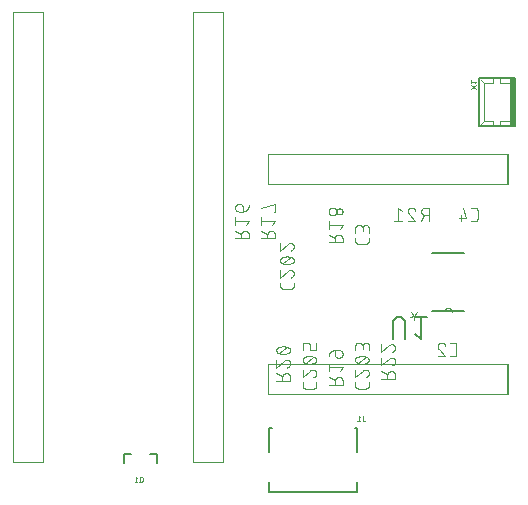
<source format=gbr>
G04 EAGLE Gerber RS-274X export*
G75*
%MOMM*%
%FSLAX34Y34*%
%LPD*%
%INSilkscreen Bottom*%
%IPPOS*%
%AMOC8*
5,1,8,0,0,1.08239X$1,22.5*%
G01*
%ADD10C,0.203200*%
%ADD11C,0.050800*%
%ADD12R,0.375000X4.000000*%
%ADD13C,0.100000*%
%ADD14C,0.127000*%
%ADD15C,0.101600*%
%ADD16C,0.152400*%
%ADD17C,0.000000*%
%ADD18C,0.076200*%


D10*
X481725Y-81350D02*
X481725Y-121850D01*
X451725Y-121850D01*
X451725Y-81350D01*
X481725Y-81350D01*
D11*
X469225Y-81600D02*
X469225Y-85350D01*
X479225Y-85350D01*
X469225Y-117850D02*
X469225Y-121600D01*
X469225Y-117850D02*
X479225Y-117850D01*
X462975Y-85350D02*
X462975Y-81600D01*
X462975Y-117850D02*
X462975Y-121600D01*
X462975Y-85350D02*
X455475Y-85350D01*
X455475Y-117850D01*
X462975Y-117850D01*
X455475Y-117850D02*
X452975Y-120350D01*
X455475Y-85350D02*
X452975Y-82850D01*
D12*
X479850Y-101600D03*
D11*
X448971Y-87354D02*
X444479Y-90349D01*
X444479Y-87354D02*
X448971Y-90349D01*
X447973Y-85600D02*
X448971Y-84352D01*
X444479Y-84352D01*
X444479Y-85600D02*
X444479Y-83104D01*
D13*
X273050Y-323850D02*
X273050Y-349250D01*
X273050Y-323850D02*
X476250Y-323850D01*
X476250Y-349250D02*
X273050Y-349250D01*
D14*
X476250Y-349250D02*
X476250Y-323850D01*
D13*
X273050Y-171450D02*
X273050Y-146050D01*
X476250Y-146050D01*
X476250Y-171450D02*
X273050Y-171450D01*
D14*
X476250Y-171450D02*
X476250Y-146050D01*
X348650Y-377675D02*
X346150Y-377675D01*
X348650Y-377675D02*
X348650Y-398175D01*
X276150Y-377675D02*
X273650Y-377675D01*
X273650Y-398175D01*
X348650Y-423175D02*
X348650Y-431975D01*
X273650Y-431975D01*
X273650Y-423175D01*
D11*
X353274Y-371098D02*
X353274Y-367604D01*
X353274Y-371098D02*
X353276Y-371158D01*
X353281Y-371218D01*
X353290Y-371278D01*
X353303Y-371337D01*
X353319Y-371395D01*
X353339Y-371452D01*
X353362Y-371508D01*
X353388Y-371562D01*
X353418Y-371614D01*
X353451Y-371665D01*
X353486Y-371713D01*
X353525Y-371760D01*
X353566Y-371804D01*
X353610Y-371845D01*
X353657Y-371884D01*
X353705Y-371919D01*
X353756Y-371952D01*
X353808Y-371982D01*
X353862Y-372008D01*
X353918Y-372031D01*
X353975Y-372051D01*
X354033Y-372067D01*
X354092Y-372080D01*
X354152Y-372089D01*
X354212Y-372094D01*
X354272Y-372096D01*
X354771Y-372096D01*
X351140Y-368602D02*
X349892Y-367604D01*
X349892Y-372096D01*
X348645Y-372096D02*
X351140Y-372096D01*
D10*
X179100Y-399400D02*
X173100Y-399400D01*
X179100Y-399400D02*
X179100Y-407400D01*
X157100Y-399400D02*
X151100Y-399400D01*
X151100Y-407400D01*
D11*
X166751Y-420047D02*
X166751Y-422043D01*
X166751Y-420047D02*
X166749Y-419978D01*
X166743Y-419910D01*
X166734Y-419842D01*
X166721Y-419774D01*
X166704Y-419707D01*
X166683Y-419642D01*
X166659Y-419577D01*
X166632Y-419514D01*
X166601Y-419453D01*
X166566Y-419393D01*
X166529Y-419336D01*
X166488Y-419280D01*
X166444Y-419227D01*
X166398Y-419177D01*
X166348Y-419129D01*
X166296Y-419084D01*
X166242Y-419041D01*
X166186Y-419002D01*
X166127Y-418966D01*
X166067Y-418933D01*
X166004Y-418904D01*
X165941Y-418878D01*
X165876Y-418856D01*
X165809Y-418837D01*
X165742Y-418822D01*
X165674Y-418811D01*
X165606Y-418803D01*
X165537Y-418799D01*
X165469Y-418799D01*
X165400Y-418803D01*
X165332Y-418811D01*
X165264Y-418822D01*
X165197Y-418837D01*
X165130Y-418856D01*
X165065Y-418878D01*
X165002Y-418904D01*
X164939Y-418933D01*
X164879Y-418966D01*
X164820Y-419002D01*
X164764Y-419041D01*
X164710Y-419084D01*
X164658Y-419129D01*
X164608Y-419177D01*
X164562Y-419227D01*
X164518Y-419280D01*
X164477Y-419336D01*
X164440Y-419393D01*
X164405Y-419453D01*
X164374Y-419514D01*
X164347Y-419577D01*
X164323Y-419642D01*
X164302Y-419707D01*
X164285Y-419774D01*
X164272Y-419842D01*
X164263Y-419910D01*
X164257Y-419978D01*
X164255Y-420047D01*
X164255Y-422043D01*
X164257Y-422112D01*
X164263Y-422180D01*
X164272Y-422248D01*
X164285Y-422316D01*
X164302Y-422383D01*
X164323Y-422448D01*
X164347Y-422513D01*
X164374Y-422576D01*
X164405Y-422637D01*
X164440Y-422697D01*
X164477Y-422754D01*
X164518Y-422810D01*
X164562Y-422863D01*
X164608Y-422913D01*
X164658Y-422961D01*
X164710Y-423006D01*
X164764Y-423049D01*
X164820Y-423088D01*
X164879Y-423124D01*
X164939Y-423157D01*
X165002Y-423186D01*
X165065Y-423212D01*
X165130Y-423234D01*
X165197Y-423253D01*
X165264Y-423268D01*
X165332Y-423279D01*
X165400Y-423287D01*
X165469Y-423291D01*
X165537Y-423291D01*
X165606Y-423287D01*
X165674Y-423279D01*
X165742Y-423268D01*
X165809Y-423253D01*
X165876Y-423234D01*
X165941Y-423212D01*
X166004Y-423186D01*
X166067Y-423157D01*
X166127Y-423124D01*
X166186Y-423088D01*
X166242Y-423049D01*
X166296Y-423006D01*
X166348Y-422961D01*
X166398Y-422913D01*
X166444Y-422863D01*
X166488Y-422810D01*
X166529Y-422754D01*
X166566Y-422697D01*
X166601Y-422637D01*
X166632Y-422576D01*
X166659Y-422513D01*
X166683Y-422448D01*
X166704Y-422383D01*
X166721Y-422316D01*
X166734Y-422248D01*
X166743Y-422180D01*
X166749Y-422112D01*
X166751Y-422043D01*
X164755Y-422293D02*
X163756Y-423291D01*
X162399Y-419797D02*
X161151Y-418799D01*
X161151Y-423291D01*
X159904Y-423291D02*
X162399Y-423291D01*
D13*
X82550Y-25400D02*
X57150Y-25400D01*
X82550Y-25400D02*
X82550Y-406400D01*
X57150Y-406400D01*
X57150Y-25400D01*
X209550Y-25400D02*
X234950Y-25400D01*
X234950Y-406400D01*
X209550Y-406400D01*
X209550Y-25400D01*
D15*
X346583Y-339024D02*
X346583Y-341621D01*
X346585Y-341720D01*
X346591Y-341820D01*
X346600Y-341919D01*
X346613Y-342017D01*
X346630Y-342115D01*
X346651Y-342213D01*
X346676Y-342309D01*
X346704Y-342404D01*
X346736Y-342498D01*
X346771Y-342591D01*
X346810Y-342683D01*
X346853Y-342773D01*
X346898Y-342861D01*
X346948Y-342948D01*
X347000Y-343032D01*
X347056Y-343115D01*
X347114Y-343195D01*
X347176Y-343273D01*
X347241Y-343348D01*
X347309Y-343421D01*
X347379Y-343491D01*
X347452Y-343559D01*
X347527Y-343624D01*
X347605Y-343686D01*
X347685Y-343744D01*
X347768Y-343800D01*
X347852Y-343852D01*
X347939Y-343902D01*
X348027Y-343947D01*
X348117Y-343990D01*
X348209Y-344029D01*
X348302Y-344064D01*
X348396Y-344096D01*
X348491Y-344124D01*
X348587Y-344149D01*
X348685Y-344170D01*
X348783Y-344187D01*
X348881Y-344200D01*
X348980Y-344209D01*
X349080Y-344215D01*
X349179Y-344217D01*
X355671Y-344217D01*
X355770Y-344215D01*
X355870Y-344209D01*
X355969Y-344200D01*
X356067Y-344187D01*
X356165Y-344170D01*
X356263Y-344149D01*
X356359Y-344124D01*
X356454Y-344096D01*
X356548Y-344064D01*
X356641Y-344029D01*
X356733Y-343990D01*
X356823Y-343947D01*
X356911Y-343902D01*
X356998Y-343852D01*
X357082Y-343800D01*
X357165Y-343744D01*
X357245Y-343686D01*
X357323Y-343624D01*
X357398Y-343559D01*
X357471Y-343491D01*
X357541Y-343421D01*
X357609Y-343348D01*
X357674Y-343273D01*
X357736Y-343195D01*
X357794Y-343115D01*
X357850Y-343032D01*
X357902Y-342948D01*
X357952Y-342861D01*
X357997Y-342773D01*
X358040Y-342683D01*
X358079Y-342591D01*
X358114Y-342499D01*
X358146Y-342404D01*
X358174Y-342309D01*
X358199Y-342213D01*
X358220Y-342115D01*
X358237Y-342017D01*
X358250Y-341919D01*
X358259Y-341820D01*
X358265Y-341720D01*
X358267Y-341621D01*
X358267Y-339024D01*
X358267Y-331089D02*
X358265Y-330982D01*
X358259Y-330876D01*
X358249Y-330770D01*
X358236Y-330664D01*
X358218Y-330558D01*
X358197Y-330454D01*
X358172Y-330350D01*
X358143Y-330247D01*
X358111Y-330146D01*
X358074Y-330046D01*
X358034Y-329947D01*
X357991Y-329849D01*
X357944Y-329753D01*
X357893Y-329659D01*
X357839Y-329567D01*
X357782Y-329477D01*
X357722Y-329389D01*
X357658Y-329304D01*
X357591Y-329221D01*
X357521Y-329140D01*
X357449Y-329062D01*
X357373Y-328986D01*
X357295Y-328914D01*
X357214Y-328844D01*
X357131Y-328777D01*
X357046Y-328713D01*
X356958Y-328653D01*
X356868Y-328596D01*
X356776Y-328542D01*
X356682Y-328491D01*
X356586Y-328444D01*
X356488Y-328401D01*
X356389Y-328361D01*
X356289Y-328324D01*
X356188Y-328292D01*
X356085Y-328263D01*
X355981Y-328238D01*
X355877Y-328217D01*
X355771Y-328199D01*
X355665Y-328186D01*
X355559Y-328176D01*
X355453Y-328170D01*
X355346Y-328168D01*
X358267Y-331089D02*
X358265Y-331210D01*
X358259Y-331331D01*
X358249Y-331451D01*
X358236Y-331572D01*
X358218Y-331691D01*
X358197Y-331811D01*
X358172Y-331929D01*
X358143Y-332046D01*
X358110Y-332163D01*
X358074Y-332278D01*
X358033Y-332392D01*
X357990Y-332505D01*
X357942Y-332617D01*
X357891Y-332726D01*
X357836Y-332834D01*
X357778Y-332941D01*
X357717Y-333045D01*
X357652Y-333147D01*
X357584Y-333247D01*
X357513Y-333345D01*
X357439Y-333441D01*
X357362Y-333534D01*
X357281Y-333624D01*
X357198Y-333712D01*
X357112Y-333797D01*
X357023Y-333880D01*
X356932Y-333959D01*
X356838Y-334036D01*
X356742Y-334109D01*
X356644Y-334179D01*
X356543Y-334246D01*
X356440Y-334310D01*
X356335Y-334371D01*
X356228Y-334428D01*
X356120Y-334481D01*
X356010Y-334531D01*
X355898Y-334577D01*
X355785Y-334620D01*
X355670Y-334659D01*
X353074Y-329142D02*
X353152Y-329063D01*
X353232Y-328987D01*
X353315Y-328914D01*
X353401Y-328844D01*
X353488Y-328777D01*
X353579Y-328713D01*
X353671Y-328653D01*
X353765Y-328595D01*
X353862Y-328541D01*
X353960Y-328491D01*
X354060Y-328444D01*
X354161Y-328400D01*
X354264Y-328360D01*
X354369Y-328324D01*
X354474Y-328292D01*
X354581Y-328263D01*
X354688Y-328238D01*
X354797Y-328216D01*
X354906Y-328199D01*
X355015Y-328185D01*
X355125Y-328176D01*
X355236Y-328170D01*
X355346Y-328168D01*
X353074Y-329142D02*
X346583Y-334659D01*
X346583Y-328168D01*
X352425Y-323230D02*
X352655Y-323227D01*
X352885Y-323219D01*
X353114Y-323205D01*
X353343Y-323186D01*
X353572Y-323161D01*
X353800Y-323131D01*
X354027Y-323096D01*
X354253Y-323055D01*
X354478Y-323009D01*
X354702Y-322957D01*
X354925Y-322900D01*
X355146Y-322838D01*
X355366Y-322770D01*
X355584Y-322697D01*
X355800Y-322619D01*
X356014Y-322536D01*
X356227Y-322448D01*
X356437Y-322355D01*
X356644Y-322256D01*
X356734Y-322223D01*
X356823Y-322187D01*
X356911Y-322147D01*
X356996Y-322103D01*
X357080Y-322056D01*
X357162Y-322006D01*
X357242Y-321952D01*
X357319Y-321896D01*
X357395Y-321836D01*
X357468Y-321773D01*
X357538Y-321708D01*
X357606Y-321639D01*
X357670Y-321568D01*
X357732Y-321495D01*
X357791Y-321419D01*
X357847Y-321341D01*
X357900Y-321260D01*
X357949Y-321178D01*
X357995Y-321094D01*
X358038Y-321007D01*
X358077Y-320920D01*
X358113Y-320830D01*
X358145Y-320740D01*
X358173Y-320648D01*
X358198Y-320555D01*
X358219Y-320461D01*
X358236Y-320367D01*
X358250Y-320272D01*
X358259Y-320176D01*
X358265Y-320080D01*
X358267Y-319984D01*
X358265Y-319888D01*
X358259Y-319792D01*
X358250Y-319696D01*
X358236Y-319601D01*
X358219Y-319507D01*
X358198Y-319413D01*
X358173Y-319320D01*
X358145Y-319228D01*
X358113Y-319138D01*
X358077Y-319048D01*
X358038Y-318961D01*
X357995Y-318874D01*
X357949Y-318790D01*
X357900Y-318708D01*
X357847Y-318627D01*
X357791Y-318549D01*
X357732Y-318473D01*
X357670Y-318400D01*
X357606Y-318329D01*
X357538Y-318260D01*
X357468Y-318195D01*
X357395Y-318132D01*
X357320Y-318072D01*
X357242Y-318016D01*
X357162Y-317962D01*
X357080Y-317912D01*
X356996Y-317865D01*
X356911Y-317822D01*
X356823Y-317781D01*
X356734Y-317745D01*
X356644Y-317712D01*
X356436Y-317613D01*
X356226Y-317520D01*
X356014Y-317432D01*
X355800Y-317349D01*
X355583Y-317271D01*
X355365Y-317198D01*
X355146Y-317130D01*
X354924Y-317068D01*
X354702Y-317011D01*
X354478Y-316959D01*
X354253Y-316913D01*
X354027Y-316872D01*
X353799Y-316837D01*
X353572Y-316807D01*
X353343Y-316782D01*
X353114Y-316763D01*
X352885Y-316749D01*
X352655Y-316741D01*
X352425Y-316738D01*
X352425Y-323229D02*
X352195Y-323226D01*
X351965Y-323218D01*
X351736Y-323204D01*
X351507Y-323185D01*
X351278Y-323160D01*
X351050Y-323130D01*
X350823Y-323095D01*
X350597Y-323054D01*
X350372Y-323008D01*
X350148Y-322956D01*
X349925Y-322899D01*
X349704Y-322837D01*
X349484Y-322769D01*
X349266Y-322696D01*
X349050Y-322618D01*
X348836Y-322535D01*
X348624Y-322447D01*
X348413Y-322354D01*
X348206Y-322255D01*
X348206Y-322256D02*
X348116Y-322223D01*
X348027Y-322187D01*
X347939Y-322146D01*
X347854Y-322103D01*
X347770Y-322056D01*
X347688Y-322006D01*
X347608Y-321952D01*
X347531Y-321896D01*
X347455Y-321836D01*
X347382Y-321773D01*
X347312Y-321708D01*
X347244Y-321639D01*
X347180Y-321568D01*
X347118Y-321495D01*
X347059Y-321419D01*
X347003Y-321341D01*
X346950Y-321260D01*
X346901Y-321178D01*
X346855Y-321094D01*
X346812Y-321007D01*
X346773Y-320920D01*
X346737Y-320830D01*
X346705Y-320740D01*
X346677Y-320648D01*
X346652Y-320555D01*
X346631Y-320461D01*
X346614Y-320367D01*
X346600Y-320272D01*
X346591Y-320176D01*
X346585Y-320080D01*
X346583Y-319984D01*
X348206Y-317712D02*
X348413Y-317613D01*
X348624Y-317520D01*
X348836Y-317432D01*
X349050Y-317349D01*
X349266Y-317271D01*
X349484Y-317198D01*
X349704Y-317130D01*
X349925Y-317068D01*
X350148Y-317011D01*
X350372Y-316959D01*
X350597Y-316913D01*
X350823Y-316872D01*
X351050Y-316837D01*
X351278Y-316807D01*
X351507Y-316782D01*
X351736Y-316763D01*
X351965Y-316749D01*
X352195Y-316741D01*
X352425Y-316738D01*
X348206Y-317712D02*
X348116Y-317745D01*
X348027Y-317781D01*
X347939Y-317822D01*
X347854Y-317865D01*
X347770Y-317912D01*
X347688Y-317962D01*
X347608Y-318016D01*
X347530Y-318072D01*
X347455Y-318132D01*
X347382Y-318195D01*
X347312Y-318260D01*
X347244Y-318329D01*
X347180Y-318400D01*
X347118Y-318473D01*
X347059Y-318549D01*
X347003Y-318627D01*
X346950Y-318708D01*
X346901Y-318790D01*
X346855Y-318874D01*
X346812Y-318961D01*
X346773Y-319048D01*
X346737Y-319138D01*
X346705Y-319228D01*
X346677Y-319320D01*
X346652Y-319413D01*
X346631Y-319507D01*
X346614Y-319601D01*
X346600Y-319696D01*
X346591Y-319792D01*
X346585Y-319888D01*
X346583Y-319984D01*
X349179Y-322580D02*
X355671Y-317387D01*
X346583Y-311799D02*
X346583Y-308554D01*
X346585Y-308441D01*
X346591Y-308328D01*
X346601Y-308215D01*
X346615Y-308102D01*
X346632Y-307990D01*
X346654Y-307879D01*
X346679Y-307769D01*
X346709Y-307659D01*
X346742Y-307551D01*
X346779Y-307444D01*
X346819Y-307338D01*
X346864Y-307234D01*
X346912Y-307131D01*
X346963Y-307030D01*
X347018Y-306931D01*
X347076Y-306834D01*
X347138Y-306739D01*
X347203Y-306646D01*
X347271Y-306556D01*
X347342Y-306468D01*
X347417Y-306382D01*
X347494Y-306299D01*
X347574Y-306219D01*
X347657Y-306142D01*
X347743Y-306067D01*
X347831Y-305996D01*
X347921Y-305928D01*
X348014Y-305863D01*
X348109Y-305801D01*
X348206Y-305743D01*
X348305Y-305688D01*
X348406Y-305637D01*
X348509Y-305589D01*
X348613Y-305544D01*
X348719Y-305504D01*
X348826Y-305467D01*
X348934Y-305434D01*
X349044Y-305404D01*
X349154Y-305379D01*
X349265Y-305357D01*
X349377Y-305340D01*
X349490Y-305326D01*
X349603Y-305316D01*
X349716Y-305310D01*
X349829Y-305308D01*
X349942Y-305310D01*
X350055Y-305316D01*
X350168Y-305326D01*
X350281Y-305340D01*
X350393Y-305357D01*
X350504Y-305379D01*
X350614Y-305404D01*
X350724Y-305434D01*
X350832Y-305467D01*
X350939Y-305504D01*
X351045Y-305544D01*
X351149Y-305589D01*
X351252Y-305637D01*
X351353Y-305688D01*
X351452Y-305743D01*
X351549Y-305801D01*
X351644Y-305863D01*
X351737Y-305928D01*
X351827Y-305996D01*
X351915Y-306067D01*
X352001Y-306142D01*
X352084Y-306219D01*
X352164Y-306299D01*
X352241Y-306382D01*
X352316Y-306468D01*
X352387Y-306556D01*
X352455Y-306646D01*
X352520Y-306739D01*
X352582Y-306834D01*
X352640Y-306931D01*
X352695Y-307030D01*
X352746Y-307131D01*
X352794Y-307234D01*
X352839Y-307338D01*
X352879Y-307444D01*
X352916Y-307551D01*
X352949Y-307659D01*
X352979Y-307769D01*
X353004Y-307879D01*
X353026Y-307990D01*
X353043Y-308102D01*
X353057Y-308215D01*
X353067Y-308328D01*
X353073Y-308441D01*
X353075Y-308554D01*
X358267Y-307904D02*
X358267Y-311799D01*
X358267Y-307904D02*
X358265Y-307803D01*
X358259Y-307703D01*
X358249Y-307603D01*
X358236Y-307503D01*
X358218Y-307404D01*
X358197Y-307305D01*
X358172Y-307208D01*
X358143Y-307111D01*
X358110Y-307016D01*
X358074Y-306922D01*
X358034Y-306830D01*
X357991Y-306739D01*
X357944Y-306650D01*
X357894Y-306563D01*
X357840Y-306477D01*
X357783Y-306394D01*
X357723Y-306314D01*
X357660Y-306235D01*
X357593Y-306159D01*
X357524Y-306086D01*
X357452Y-306016D01*
X357378Y-305948D01*
X357301Y-305883D01*
X357221Y-305822D01*
X357139Y-305763D01*
X357055Y-305708D01*
X356969Y-305656D01*
X356881Y-305607D01*
X356791Y-305562D01*
X356699Y-305520D01*
X356606Y-305482D01*
X356511Y-305448D01*
X356416Y-305417D01*
X356319Y-305390D01*
X356221Y-305367D01*
X356122Y-305347D01*
X356022Y-305332D01*
X355922Y-305320D01*
X355822Y-305312D01*
X355721Y-305308D01*
X355621Y-305308D01*
X355520Y-305312D01*
X355420Y-305320D01*
X355320Y-305332D01*
X355220Y-305347D01*
X355121Y-305367D01*
X355023Y-305390D01*
X354926Y-305417D01*
X354831Y-305448D01*
X354736Y-305482D01*
X354643Y-305520D01*
X354551Y-305562D01*
X354461Y-305607D01*
X354373Y-305656D01*
X354287Y-305708D01*
X354203Y-305763D01*
X354121Y-305822D01*
X354041Y-305883D01*
X353964Y-305948D01*
X353890Y-306016D01*
X353818Y-306086D01*
X353749Y-306159D01*
X353682Y-306235D01*
X353619Y-306314D01*
X353559Y-306394D01*
X353502Y-306477D01*
X353448Y-306563D01*
X353398Y-306650D01*
X353351Y-306739D01*
X353308Y-306830D01*
X353268Y-306922D01*
X353232Y-307016D01*
X353199Y-307111D01*
X353170Y-307208D01*
X353145Y-307305D01*
X353124Y-307404D01*
X353106Y-307503D01*
X353093Y-307603D01*
X353083Y-307703D01*
X353077Y-307803D01*
X353075Y-307904D01*
X353074Y-307904D02*
X353074Y-310501D01*
X302133Y-339024D02*
X302133Y-341621D01*
X302135Y-341720D01*
X302141Y-341820D01*
X302150Y-341919D01*
X302163Y-342017D01*
X302180Y-342115D01*
X302201Y-342213D01*
X302226Y-342309D01*
X302254Y-342404D01*
X302286Y-342498D01*
X302321Y-342591D01*
X302360Y-342683D01*
X302403Y-342773D01*
X302448Y-342861D01*
X302498Y-342948D01*
X302550Y-343032D01*
X302606Y-343115D01*
X302664Y-343195D01*
X302726Y-343273D01*
X302791Y-343348D01*
X302859Y-343421D01*
X302929Y-343491D01*
X303002Y-343559D01*
X303077Y-343624D01*
X303155Y-343686D01*
X303235Y-343744D01*
X303318Y-343800D01*
X303402Y-343852D01*
X303489Y-343902D01*
X303577Y-343947D01*
X303667Y-343990D01*
X303759Y-344029D01*
X303852Y-344064D01*
X303946Y-344096D01*
X304041Y-344124D01*
X304137Y-344149D01*
X304235Y-344170D01*
X304333Y-344187D01*
X304431Y-344200D01*
X304530Y-344209D01*
X304630Y-344215D01*
X304729Y-344217D01*
X311221Y-344217D01*
X311320Y-344215D01*
X311420Y-344209D01*
X311519Y-344200D01*
X311617Y-344187D01*
X311715Y-344170D01*
X311813Y-344149D01*
X311909Y-344124D01*
X312004Y-344096D01*
X312098Y-344064D01*
X312191Y-344029D01*
X312283Y-343990D01*
X312373Y-343947D01*
X312461Y-343902D01*
X312548Y-343852D01*
X312632Y-343800D01*
X312715Y-343744D01*
X312795Y-343686D01*
X312873Y-343624D01*
X312948Y-343559D01*
X313021Y-343491D01*
X313091Y-343421D01*
X313159Y-343348D01*
X313224Y-343273D01*
X313286Y-343195D01*
X313344Y-343115D01*
X313400Y-343032D01*
X313452Y-342948D01*
X313502Y-342861D01*
X313547Y-342773D01*
X313590Y-342683D01*
X313629Y-342591D01*
X313664Y-342499D01*
X313696Y-342404D01*
X313724Y-342309D01*
X313749Y-342213D01*
X313770Y-342115D01*
X313787Y-342017D01*
X313800Y-341919D01*
X313809Y-341820D01*
X313815Y-341720D01*
X313817Y-341621D01*
X313817Y-339024D01*
X313817Y-331089D02*
X313815Y-330982D01*
X313809Y-330876D01*
X313799Y-330770D01*
X313786Y-330664D01*
X313768Y-330558D01*
X313747Y-330454D01*
X313722Y-330350D01*
X313693Y-330247D01*
X313661Y-330146D01*
X313624Y-330046D01*
X313584Y-329947D01*
X313541Y-329849D01*
X313494Y-329753D01*
X313443Y-329659D01*
X313389Y-329567D01*
X313332Y-329477D01*
X313272Y-329389D01*
X313208Y-329304D01*
X313141Y-329221D01*
X313071Y-329140D01*
X312999Y-329062D01*
X312923Y-328986D01*
X312845Y-328914D01*
X312764Y-328844D01*
X312681Y-328777D01*
X312596Y-328713D01*
X312508Y-328653D01*
X312418Y-328596D01*
X312326Y-328542D01*
X312232Y-328491D01*
X312136Y-328444D01*
X312038Y-328401D01*
X311939Y-328361D01*
X311839Y-328324D01*
X311738Y-328292D01*
X311635Y-328263D01*
X311531Y-328238D01*
X311427Y-328217D01*
X311321Y-328199D01*
X311215Y-328186D01*
X311109Y-328176D01*
X311003Y-328170D01*
X310896Y-328168D01*
X313817Y-331089D02*
X313815Y-331210D01*
X313809Y-331331D01*
X313799Y-331451D01*
X313786Y-331572D01*
X313768Y-331691D01*
X313747Y-331811D01*
X313722Y-331929D01*
X313693Y-332046D01*
X313660Y-332163D01*
X313624Y-332278D01*
X313583Y-332392D01*
X313540Y-332505D01*
X313492Y-332617D01*
X313441Y-332726D01*
X313386Y-332834D01*
X313328Y-332941D01*
X313267Y-333045D01*
X313202Y-333147D01*
X313134Y-333247D01*
X313063Y-333345D01*
X312989Y-333441D01*
X312912Y-333534D01*
X312831Y-333624D01*
X312748Y-333712D01*
X312662Y-333797D01*
X312573Y-333880D01*
X312482Y-333959D01*
X312388Y-334036D01*
X312292Y-334109D01*
X312194Y-334179D01*
X312093Y-334246D01*
X311990Y-334310D01*
X311885Y-334371D01*
X311778Y-334428D01*
X311670Y-334481D01*
X311560Y-334531D01*
X311448Y-334577D01*
X311335Y-334620D01*
X311220Y-334659D01*
X308624Y-329142D02*
X308702Y-329063D01*
X308782Y-328987D01*
X308865Y-328914D01*
X308951Y-328844D01*
X309038Y-328777D01*
X309129Y-328713D01*
X309221Y-328653D01*
X309315Y-328595D01*
X309412Y-328541D01*
X309510Y-328491D01*
X309610Y-328444D01*
X309711Y-328400D01*
X309814Y-328360D01*
X309919Y-328324D01*
X310024Y-328292D01*
X310131Y-328263D01*
X310238Y-328238D01*
X310347Y-328216D01*
X310456Y-328199D01*
X310565Y-328185D01*
X310675Y-328176D01*
X310786Y-328170D01*
X310896Y-328168D01*
X308624Y-329142D02*
X302133Y-334659D01*
X302133Y-328168D01*
X307975Y-323230D02*
X308205Y-323227D01*
X308435Y-323219D01*
X308664Y-323205D01*
X308893Y-323186D01*
X309122Y-323161D01*
X309350Y-323131D01*
X309577Y-323096D01*
X309803Y-323055D01*
X310028Y-323009D01*
X310252Y-322957D01*
X310475Y-322900D01*
X310696Y-322838D01*
X310916Y-322770D01*
X311134Y-322697D01*
X311350Y-322619D01*
X311564Y-322536D01*
X311777Y-322448D01*
X311987Y-322355D01*
X312194Y-322256D01*
X312284Y-322223D01*
X312373Y-322187D01*
X312461Y-322147D01*
X312546Y-322103D01*
X312630Y-322056D01*
X312712Y-322006D01*
X312792Y-321952D01*
X312869Y-321896D01*
X312945Y-321836D01*
X313018Y-321773D01*
X313088Y-321708D01*
X313156Y-321639D01*
X313220Y-321568D01*
X313282Y-321495D01*
X313341Y-321419D01*
X313397Y-321341D01*
X313450Y-321260D01*
X313499Y-321178D01*
X313545Y-321094D01*
X313588Y-321007D01*
X313627Y-320920D01*
X313663Y-320830D01*
X313695Y-320740D01*
X313723Y-320648D01*
X313748Y-320555D01*
X313769Y-320461D01*
X313786Y-320367D01*
X313800Y-320272D01*
X313809Y-320176D01*
X313815Y-320080D01*
X313817Y-319984D01*
X313815Y-319888D01*
X313809Y-319792D01*
X313800Y-319696D01*
X313786Y-319601D01*
X313769Y-319507D01*
X313748Y-319413D01*
X313723Y-319320D01*
X313695Y-319228D01*
X313663Y-319138D01*
X313627Y-319048D01*
X313588Y-318961D01*
X313545Y-318874D01*
X313499Y-318790D01*
X313450Y-318708D01*
X313397Y-318627D01*
X313341Y-318549D01*
X313282Y-318473D01*
X313220Y-318400D01*
X313156Y-318329D01*
X313088Y-318260D01*
X313018Y-318195D01*
X312945Y-318132D01*
X312870Y-318072D01*
X312792Y-318016D01*
X312712Y-317962D01*
X312630Y-317912D01*
X312546Y-317865D01*
X312461Y-317822D01*
X312373Y-317781D01*
X312284Y-317745D01*
X312194Y-317712D01*
X311986Y-317613D01*
X311776Y-317520D01*
X311564Y-317432D01*
X311350Y-317349D01*
X311133Y-317271D01*
X310915Y-317198D01*
X310696Y-317130D01*
X310474Y-317068D01*
X310252Y-317011D01*
X310028Y-316959D01*
X309803Y-316913D01*
X309577Y-316872D01*
X309349Y-316837D01*
X309122Y-316807D01*
X308893Y-316782D01*
X308664Y-316763D01*
X308435Y-316749D01*
X308205Y-316741D01*
X307975Y-316738D01*
X307975Y-323229D02*
X307745Y-323226D01*
X307515Y-323218D01*
X307286Y-323204D01*
X307057Y-323185D01*
X306828Y-323160D01*
X306600Y-323130D01*
X306373Y-323095D01*
X306147Y-323054D01*
X305922Y-323008D01*
X305698Y-322956D01*
X305475Y-322899D01*
X305254Y-322837D01*
X305034Y-322769D01*
X304816Y-322696D01*
X304600Y-322618D01*
X304386Y-322535D01*
X304174Y-322447D01*
X303963Y-322354D01*
X303756Y-322255D01*
X303756Y-322256D02*
X303666Y-322223D01*
X303577Y-322187D01*
X303489Y-322146D01*
X303404Y-322103D01*
X303320Y-322056D01*
X303238Y-322006D01*
X303158Y-321952D01*
X303081Y-321896D01*
X303005Y-321836D01*
X302932Y-321773D01*
X302862Y-321708D01*
X302794Y-321639D01*
X302730Y-321568D01*
X302668Y-321495D01*
X302609Y-321419D01*
X302553Y-321341D01*
X302500Y-321260D01*
X302451Y-321178D01*
X302405Y-321094D01*
X302362Y-321007D01*
X302323Y-320920D01*
X302287Y-320830D01*
X302255Y-320740D01*
X302227Y-320648D01*
X302202Y-320555D01*
X302181Y-320461D01*
X302164Y-320367D01*
X302150Y-320272D01*
X302141Y-320176D01*
X302135Y-320080D01*
X302133Y-319984D01*
X303756Y-317712D02*
X303963Y-317613D01*
X304174Y-317520D01*
X304386Y-317432D01*
X304600Y-317349D01*
X304816Y-317271D01*
X305034Y-317198D01*
X305254Y-317130D01*
X305475Y-317068D01*
X305698Y-317011D01*
X305922Y-316959D01*
X306147Y-316913D01*
X306373Y-316872D01*
X306600Y-316837D01*
X306828Y-316807D01*
X307057Y-316782D01*
X307286Y-316763D01*
X307515Y-316749D01*
X307745Y-316741D01*
X307975Y-316738D01*
X303756Y-317712D02*
X303666Y-317745D01*
X303577Y-317781D01*
X303489Y-317822D01*
X303404Y-317865D01*
X303320Y-317912D01*
X303238Y-317962D01*
X303158Y-318016D01*
X303080Y-318072D01*
X303005Y-318132D01*
X302932Y-318195D01*
X302862Y-318260D01*
X302794Y-318329D01*
X302730Y-318400D01*
X302668Y-318473D01*
X302609Y-318549D01*
X302553Y-318627D01*
X302500Y-318708D01*
X302451Y-318790D01*
X302405Y-318874D01*
X302362Y-318961D01*
X302323Y-319048D01*
X302287Y-319138D01*
X302255Y-319228D01*
X302227Y-319320D01*
X302202Y-319413D01*
X302181Y-319507D01*
X302164Y-319601D01*
X302150Y-319696D01*
X302141Y-319792D01*
X302135Y-319888D01*
X302133Y-319984D01*
X304729Y-322580D02*
X311221Y-317387D01*
X302133Y-311799D02*
X302133Y-307904D01*
X302135Y-307805D01*
X302141Y-307705D01*
X302150Y-307606D01*
X302163Y-307508D01*
X302180Y-307410D01*
X302201Y-307312D01*
X302226Y-307216D01*
X302254Y-307121D01*
X302286Y-307027D01*
X302321Y-306934D01*
X302360Y-306842D01*
X302403Y-306752D01*
X302448Y-306664D01*
X302498Y-306577D01*
X302550Y-306493D01*
X302606Y-306410D01*
X302664Y-306330D01*
X302726Y-306252D01*
X302791Y-306177D01*
X302859Y-306104D01*
X302929Y-306034D01*
X303002Y-305966D01*
X303077Y-305901D01*
X303155Y-305839D01*
X303235Y-305781D01*
X303318Y-305725D01*
X303402Y-305673D01*
X303489Y-305623D01*
X303577Y-305578D01*
X303667Y-305535D01*
X303759Y-305496D01*
X303852Y-305461D01*
X303946Y-305429D01*
X304041Y-305401D01*
X304137Y-305376D01*
X304235Y-305355D01*
X304333Y-305338D01*
X304431Y-305325D01*
X304530Y-305316D01*
X304630Y-305310D01*
X304729Y-305308D01*
X306028Y-305308D01*
X306127Y-305310D01*
X306227Y-305316D01*
X306326Y-305325D01*
X306424Y-305338D01*
X306522Y-305355D01*
X306620Y-305376D01*
X306716Y-305401D01*
X306811Y-305429D01*
X306905Y-305461D01*
X306998Y-305496D01*
X307090Y-305535D01*
X307180Y-305578D01*
X307268Y-305623D01*
X307355Y-305673D01*
X307439Y-305725D01*
X307522Y-305781D01*
X307602Y-305839D01*
X307680Y-305901D01*
X307755Y-305966D01*
X307828Y-306034D01*
X307898Y-306104D01*
X307966Y-306177D01*
X308031Y-306252D01*
X308093Y-306330D01*
X308151Y-306410D01*
X308207Y-306493D01*
X308259Y-306577D01*
X308309Y-306664D01*
X308354Y-306752D01*
X308397Y-306842D01*
X308436Y-306934D01*
X308471Y-307027D01*
X308503Y-307121D01*
X308531Y-307216D01*
X308556Y-307312D01*
X308577Y-307410D01*
X308594Y-307508D01*
X308607Y-307606D01*
X308616Y-307705D01*
X308622Y-307805D01*
X308624Y-307904D01*
X308624Y-311799D01*
X313817Y-311799D01*
X313817Y-305308D01*
X283083Y-257246D02*
X283083Y-254649D01*
X283083Y-257246D02*
X283085Y-257345D01*
X283091Y-257445D01*
X283100Y-257544D01*
X283113Y-257642D01*
X283130Y-257740D01*
X283151Y-257838D01*
X283176Y-257934D01*
X283204Y-258029D01*
X283236Y-258123D01*
X283271Y-258216D01*
X283310Y-258308D01*
X283353Y-258398D01*
X283398Y-258486D01*
X283448Y-258573D01*
X283500Y-258657D01*
X283556Y-258740D01*
X283614Y-258820D01*
X283676Y-258898D01*
X283741Y-258973D01*
X283809Y-259046D01*
X283879Y-259116D01*
X283952Y-259184D01*
X284027Y-259249D01*
X284105Y-259311D01*
X284185Y-259369D01*
X284268Y-259425D01*
X284352Y-259477D01*
X284439Y-259527D01*
X284527Y-259572D01*
X284617Y-259615D01*
X284709Y-259654D01*
X284802Y-259689D01*
X284896Y-259721D01*
X284991Y-259749D01*
X285087Y-259774D01*
X285185Y-259795D01*
X285283Y-259812D01*
X285381Y-259825D01*
X285480Y-259834D01*
X285580Y-259840D01*
X285679Y-259842D01*
X292171Y-259842D01*
X292270Y-259840D01*
X292370Y-259834D01*
X292469Y-259825D01*
X292567Y-259812D01*
X292665Y-259795D01*
X292763Y-259774D01*
X292859Y-259749D01*
X292954Y-259721D01*
X293048Y-259689D01*
X293141Y-259654D01*
X293233Y-259615D01*
X293323Y-259572D01*
X293411Y-259527D01*
X293498Y-259477D01*
X293582Y-259425D01*
X293665Y-259369D01*
X293745Y-259311D01*
X293823Y-259249D01*
X293898Y-259184D01*
X293971Y-259116D01*
X294041Y-259046D01*
X294109Y-258973D01*
X294174Y-258898D01*
X294236Y-258820D01*
X294294Y-258740D01*
X294350Y-258657D01*
X294402Y-258573D01*
X294452Y-258486D01*
X294497Y-258398D01*
X294540Y-258308D01*
X294579Y-258216D01*
X294614Y-258124D01*
X294646Y-258029D01*
X294674Y-257934D01*
X294699Y-257838D01*
X294720Y-257740D01*
X294737Y-257642D01*
X294750Y-257544D01*
X294759Y-257445D01*
X294765Y-257345D01*
X294767Y-257246D01*
X294767Y-254649D01*
X294767Y-246714D02*
X294765Y-246607D01*
X294759Y-246501D01*
X294749Y-246395D01*
X294736Y-246289D01*
X294718Y-246183D01*
X294697Y-246079D01*
X294672Y-245975D01*
X294643Y-245872D01*
X294611Y-245771D01*
X294574Y-245671D01*
X294534Y-245572D01*
X294491Y-245474D01*
X294444Y-245378D01*
X294393Y-245284D01*
X294339Y-245192D01*
X294282Y-245102D01*
X294222Y-245014D01*
X294158Y-244929D01*
X294091Y-244846D01*
X294021Y-244765D01*
X293949Y-244687D01*
X293873Y-244611D01*
X293795Y-244539D01*
X293714Y-244469D01*
X293631Y-244402D01*
X293546Y-244338D01*
X293458Y-244278D01*
X293368Y-244221D01*
X293276Y-244167D01*
X293182Y-244116D01*
X293086Y-244069D01*
X292988Y-244026D01*
X292889Y-243986D01*
X292789Y-243949D01*
X292688Y-243917D01*
X292585Y-243888D01*
X292481Y-243863D01*
X292377Y-243842D01*
X292271Y-243824D01*
X292165Y-243811D01*
X292059Y-243801D01*
X291953Y-243795D01*
X291846Y-243793D01*
X294767Y-246714D02*
X294765Y-246835D01*
X294759Y-246956D01*
X294749Y-247076D01*
X294736Y-247197D01*
X294718Y-247316D01*
X294697Y-247436D01*
X294672Y-247554D01*
X294643Y-247671D01*
X294610Y-247788D01*
X294574Y-247903D01*
X294533Y-248017D01*
X294490Y-248130D01*
X294442Y-248242D01*
X294391Y-248351D01*
X294336Y-248459D01*
X294278Y-248566D01*
X294217Y-248670D01*
X294152Y-248772D01*
X294084Y-248872D01*
X294013Y-248970D01*
X293939Y-249066D01*
X293862Y-249159D01*
X293781Y-249249D01*
X293698Y-249337D01*
X293612Y-249422D01*
X293523Y-249505D01*
X293432Y-249584D01*
X293338Y-249661D01*
X293242Y-249734D01*
X293144Y-249804D01*
X293043Y-249871D01*
X292940Y-249935D01*
X292835Y-249996D01*
X292728Y-250053D01*
X292620Y-250106D01*
X292510Y-250156D01*
X292398Y-250202D01*
X292285Y-250245D01*
X292170Y-250284D01*
X289574Y-244767D02*
X289652Y-244688D01*
X289732Y-244612D01*
X289815Y-244539D01*
X289901Y-244469D01*
X289988Y-244402D01*
X290079Y-244338D01*
X290171Y-244278D01*
X290265Y-244220D01*
X290362Y-244166D01*
X290460Y-244116D01*
X290560Y-244069D01*
X290661Y-244025D01*
X290764Y-243985D01*
X290869Y-243949D01*
X290974Y-243917D01*
X291081Y-243888D01*
X291188Y-243863D01*
X291297Y-243841D01*
X291406Y-243824D01*
X291515Y-243810D01*
X291625Y-243801D01*
X291736Y-243795D01*
X291846Y-243793D01*
X289574Y-244766D02*
X283083Y-250284D01*
X283083Y-243793D01*
X288925Y-238854D02*
X289155Y-238851D01*
X289385Y-238843D01*
X289614Y-238829D01*
X289843Y-238810D01*
X290072Y-238785D01*
X290300Y-238755D01*
X290527Y-238720D01*
X290753Y-238679D01*
X290978Y-238633D01*
X291202Y-238581D01*
X291425Y-238524D01*
X291646Y-238462D01*
X291866Y-238394D01*
X292084Y-238321D01*
X292300Y-238243D01*
X292514Y-238160D01*
X292727Y-238072D01*
X292937Y-237979D01*
X293144Y-237880D01*
X293234Y-237847D01*
X293323Y-237811D01*
X293411Y-237771D01*
X293496Y-237727D01*
X293580Y-237680D01*
X293662Y-237630D01*
X293742Y-237576D01*
X293819Y-237520D01*
X293895Y-237460D01*
X293968Y-237397D01*
X294038Y-237332D01*
X294106Y-237263D01*
X294170Y-237192D01*
X294232Y-237119D01*
X294291Y-237043D01*
X294347Y-236965D01*
X294400Y-236884D01*
X294449Y-236802D01*
X294495Y-236718D01*
X294538Y-236631D01*
X294577Y-236544D01*
X294613Y-236454D01*
X294645Y-236364D01*
X294673Y-236272D01*
X294698Y-236179D01*
X294719Y-236085D01*
X294736Y-235991D01*
X294750Y-235896D01*
X294759Y-235800D01*
X294765Y-235704D01*
X294767Y-235608D01*
X294765Y-235512D01*
X294759Y-235416D01*
X294750Y-235320D01*
X294736Y-235225D01*
X294719Y-235131D01*
X294698Y-235037D01*
X294673Y-234944D01*
X294645Y-234852D01*
X294613Y-234762D01*
X294577Y-234672D01*
X294538Y-234585D01*
X294495Y-234498D01*
X294449Y-234414D01*
X294400Y-234332D01*
X294347Y-234251D01*
X294291Y-234173D01*
X294232Y-234097D01*
X294170Y-234024D01*
X294106Y-233953D01*
X294038Y-233884D01*
X293968Y-233819D01*
X293895Y-233756D01*
X293820Y-233696D01*
X293742Y-233640D01*
X293662Y-233586D01*
X293580Y-233536D01*
X293496Y-233489D01*
X293411Y-233446D01*
X293323Y-233405D01*
X293234Y-233369D01*
X293144Y-233336D01*
X293144Y-233337D02*
X292936Y-233238D01*
X292726Y-233145D01*
X292514Y-233057D01*
X292300Y-232974D01*
X292083Y-232896D01*
X291865Y-232823D01*
X291646Y-232755D01*
X291424Y-232693D01*
X291202Y-232636D01*
X290978Y-232584D01*
X290753Y-232538D01*
X290527Y-232497D01*
X290299Y-232462D01*
X290072Y-232432D01*
X289843Y-232407D01*
X289614Y-232388D01*
X289385Y-232374D01*
X289155Y-232366D01*
X288925Y-232363D01*
X288925Y-238854D02*
X288695Y-238851D01*
X288465Y-238843D01*
X288236Y-238829D01*
X288007Y-238810D01*
X287778Y-238785D01*
X287550Y-238755D01*
X287323Y-238720D01*
X287097Y-238679D01*
X286872Y-238633D01*
X286648Y-238581D01*
X286425Y-238524D01*
X286204Y-238462D01*
X285984Y-238394D01*
X285766Y-238321D01*
X285550Y-238243D01*
X285336Y-238160D01*
X285124Y-238072D01*
X284913Y-237979D01*
X284706Y-237880D01*
X284616Y-237847D01*
X284527Y-237811D01*
X284439Y-237770D01*
X284354Y-237727D01*
X284270Y-237680D01*
X284188Y-237630D01*
X284108Y-237576D01*
X284031Y-237520D01*
X283955Y-237460D01*
X283882Y-237397D01*
X283812Y-237332D01*
X283744Y-237263D01*
X283680Y-237192D01*
X283618Y-237119D01*
X283559Y-237043D01*
X283503Y-236965D01*
X283450Y-236884D01*
X283401Y-236802D01*
X283355Y-236718D01*
X283312Y-236631D01*
X283273Y-236544D01*
X283237Y-236454D01*
X283205Y-236364D01*
X283177Y-236272D01*
X283152Y-236179D01*
X283131Y-236085D01*
X283114Y-235991D01*
X283100Y-235896D01*
X283091Y-235800D01*
X283085Y-235704D01*
X283083Y-235608D01*
X284706Y-233336D02*
X284913Y-233237D01*
X285124Y-233144D01*
X285336Y-233056D01*
X285550Y-232973D01*
X285766Y-232895D01*
X285984Y-232822D01*
X286204Y-232754D01*
X286425Y-232692D01*
X286648Y-232635D01*
X286872Y-232583D01*
X287097Y-232537D01*
X287323Y-232496D01*
X287550Y-232461D01*
X287778Y-232431D01*
X288007Y-232406D01*
X288236Y-232387D01*
X288465Y-232373D01*
X288695Y-232365D01*
X288925Y-232362D01*
X284706Y-233336D02*
X284616Y-233369D01*
X284527Y-233405D01*
X284439Y-233446D01*
X284354Y-233489D01*
X284270Y-233536D01*
X284188Y-233586D01*
X284108Y-233640D01*
X284030Y-233696D01*
X283955Y-233756D01*
X283882Y-233819D01*
X283812Y-233884D01*
X283744Y-233953D01*
X283680Y-234024D01*
X283618Y-234097D01*
X283559Y-234173D01*
X283503Y-234251D01*
X283450Y-234332D01*
X283401Y-234414D01*
X283355Y-234498D01*
X283312Y-234585D01*
X283273Y-234672D01*
X283237Y-234762D01*
X283205Y-234852D01*
X283177Y-234944D01*
X283152Y-235037D01*
X283131Y-235131D01*
X283114Y-235225D01*
X283100Y-235320D01*
X283091Y-235416D01*
X283085Y-235512D01*
X283083Y-235608D01*
X285679Y-238205D02*
X292171Y-233012D01*
X294767Y-223854D02*
X294765Y-223747D01*
X294759Y-223641D01*
X294749Y-223535D01*
X294736Y-223429D01*
X294718Y-223323D01*
X294697Y-223219D01*
X294672Y-223115D01*
X294643Y-223012D01*
X294611Y-222911D01*
X294574Y-222811D01*
X294534Y-222712D01*
X294491Y-222614D01*
X294444Y-222518D01*
X294393Y-222424D01*
X294339Y-222332D01*
X294282Y-222242D01*
X294222Y-222154D01*
X294158Y-222069D01*
X294091Y-221986D01*
X294021Y-221905D01*
X293949Y-221827D01*
X293873Y-221751D01*
X293795Y-221679D01*
X293714Y-221609D01*
X293631Y-221542D01*
X293546Y-221478D01*
X293458Y-221418D01*
X293368Y-221361D01*
X293276Y-221307D01*
X293182Y-221256D01*
X293086Y-221209D01*
X292988Y-221166D01*
X292889Y-221126D01*
X292789Y-221089D01*
X292688Y-221057D01*
X292585Y-221028D01*
X292481Y-221003D01*
X292377Y-220982D01*
X292271Y-220964D01*
X292165Y-220951D01*
X292059Y-220941D01*
X291953Y-220935D01*
X291846Y-220933D01*
X294767Y-223854D02*
X294765Y-223975D01*
X294759Y-224096D01*
X294749Y-224216D01*
X294736Y-224337D01*
X294718Y-224456D01*
X294697Y-224576D01*
X294672Y-224694D01*
X294643Y-224811D01*
X294610Y-224928D01*
X294574Y-225043D01*
X294533Y-225157D01*
X294490Y-225270D01*
X294442Y-225382D01*
X294391Y-225491D01*
X294336Y-225599D01*
X294278Y-225706D01*
X294217Y-225810D01*
X294152Y-225912D01*
X294084Y-226012D01*
X294013Y-226110D01*
X293939Y-226206D01*
X293862Y-226299D01*
X293781Y-226389D01*
X293698Y-226477D01*
X293612Y-226562D01*
X293523Y-226645D01*
X293432Y-226724D01*
X293338Y-226801D01*
X293242Y-226874D01*
X293144Y-226944D01*
X293043Y-227011D01*
X292940Y-227075D01*
X292835Y-227136D01*
X292728Y-227193D01*
X292620Y-227246D01*
X292510Y-227296D01*
X292398Y-227342D01*
X292285Y-227385D01*
X292170Y-227424D01*
X289574Y-221907D02*
X289652Y-221828D01*
X289732Y-221752D01*
X289815Y-221679D01*
X289901Y-221609D01*
X289988Y-221542D01*
X290079Y-221478D01*
X290171Y-221418D01*
X290265Y-221360D01*
X290362Y-221306D01*
X290460Y-221256D01*
X290560Y-221209D01*
X290661Y-221165D01*
X290764Y-221125D01*
X290869Y-221089D01*
X290974Y-221057D01*
X291081Y-221028D01*
X291188Y-221003D01*
X291297Y-220981D01*
X291406Y-220964D01*
X291515Y-220950D01*
X291625Y-220941D01*
X291736Y-220935D01*
X291846Y-220933D01*
X289574Y-221906D02*
X283083Y-227424D01*
X283083Y-220933D01*
D16*
X411734Y-229108D02*
X439166Y-229108D01*
X439166Y-278892D02*
X422402Y-278892D01*
X411734Y-278892D01*
D17*
X422402Y-278892D02*
X422408Y-278782D01*
X422419Y-278672D01*
X422433Y-278563D01*
X422452Y-278455D01*
X422474Y-278347D01*
X422500Y-278240D01*
X422530Y-278134D01*
X422564Y-278029D01*
X422602Y-277925D01*
X422643Y-277823D01*
X422688Y-277723D01*
X422737Y-277624D01*
X422789Y-277527D01*
X422844Y-277432D01*
X422903Y-277339D01*
X422966Y-277248D01*
X423031Y-277159D01*
X423100Y-277073D01*
X423172Y-276990D01*
X423247Y-276909D01*
X423324Y-276830D01*
X423405Y-276755D01*
X423488Y-276683D01*
X423573Y-276613D01*
X423661Y-276547D01*
X423752Y-276484D01*
X423844Y-276425D01*
X423939Y-276368D01*
X424036Y-276316D01*
X424134Y-276266D01*
X424235Y-276221D01*
X424336Y-276178D01*
X424440Y-276140D01*
X424544Y-276106D01*
X424650Y-276075D01*
X424757Y-276048D01*
X424865Y-276025D01*
X424973Y-276006D01*
X425082Y-275990D01*
X425192Y-275979D01*
X425302Y-275972D01*
X425412Y-275968D01*
X425522Y-275969D01*
X425632Y-275973D01*
X425742Y-275982D01*
X425851Y-275995D01*
X425960Y-276011D01*
X426069Y-276031D01*
X426176Y-276056D01*
X426282Y-276084D01*
X426388Y-276116D01*
X426492Y-276151D01*
X426595Y-276191D01*
X426696Y-276234D01*
X426796Y-276281D01*
X426894Y-276331D01*
X426990Y-276385D01*
X427084Y-276443D01*
X427176Y-276503D01*
X427266Y-276567D01*
X427353Y-276634D01*
X427438Y-276705D01*
X427520Y-276778D01*
X427600Y-276854D01*
X427677Y-276933D01*
X427750Y-277015D01*
X427821Y-277099D01*
X427889Y-277186D01*
X427954Y-277275D01*
X428015Y-277367D01*
X428073Y-277461D01*
X428127Y-277556D01*
X428179Y-277654D01*
X428226Y-277753D01*
X428270Y-277854D01*
X428310Y-277957D01*
X428347Y-278061D01*
X428379Y-278166D01*
X428408Y-278272D01*
X428433Y-278380D01*
X428454Y-278488D01*
X428472Y-278597D01*
X428485Y-278706D01*
X428494Y-278816D01*
X428500Y-278926D01*
X428501Y-279036D01*
X428498Y-279146D01*
D18*
X396459Y-282392D02*
X396459Y-286371D01*
X396459Y-282392D02*
X398780Y-279407D01*
X396459Y-282392D02*
X394137Y-279407D01*
X396459Y-282392D02*
X400106Y-283718D01*
X396459Y-282392D02*
X392811Y-283718D01*
D10*
X378714Y-288685D02*
X378714Y-302260D01*
X378714Y-288685D02*
X378716Y-288542D01*
X378722Y-288400D01*
X378732Y-288258D01*
X378745Y-288116D01*
X378763Y-287974D01*
X378784Y-287833D01*
X378809Y-287693D01*
X378838Y-287553D01*
X378871Y-287414D01*
X378908Y-287276D01*
X378948Y-287140D01*
X378992Y-287004D01*
X379040Y-286870D01*
X379091Y-286737D01*
X379146Y-286605D01*
X379205Y-286475D01*
X379267Y-286347D01*
X379333Y-286220D01*
X379402Y-286095D01*
X379474Y-285972D01*
X379550Y-285851D01*
X379629Y-285733D01*
X379711Y-285616D01*
X379797Y-285502D01*
X379885Y-285390D01*
X379977Y-285281D01*
X380071Y-285174D01*
X380168Y-285070D01*
X380268Y-284968D01*
X380371Y-284869D01*
X380477Y-284773D01*
X380585Y-284680D01*
X380696Y-284590D01*
X380809Y-284503D01*
X380924Y-284420D01*
X381042Y-284339D01*
X381162Y-284262D01*
X381283Y-284187D01*
X381407Y-284117D01*
X381533Y-284049D01*
X381661Y-283985D01*
X381790Y-283925D01*
X381921Y-283868D01*
X382053Y-283815D01*
X382187Y-283765D01*
X382322Y-283720D01*
X382458Y-283677D01*
X382595Y-283639D01*
X382734Y-283604D01*
X382873Y-283573D01*
X383013Y-283546D01*
X383153Y-283523D01*
X383295Y-283503D01*
X383437Y-283488D01*
X383579Y-283476D01*
X383721Y-283468D01*
X383864Y-283464D01*
X384006Y-283464D01*
X384149Y-283468D01*
X384291Y-283476D01*
X384433Y-283488D01*
X384575Y-283503D01*
X384717Y-283523D01*
X384857Y-283546D01*
X384997Y-283573D01*
X385136Y-283604D01*
X385275Y-283639D01*
X385412Y-283677D01*
X385548Y-283720D01*
X385683Y-283765D01*
X385817Y-283815D01*
X385949Y-283868D01*
X386080Y-283925D01*
X386209Y-283985D01*
X386337Y-284049D01*
X386463Y-284117D01*
X386587Y-284187D01*
X386708Y-284262D01*
X386828Y-284339D01*
X386946Y-284420D01*
X387061Y-284503D01*
X387174Y-284590D01*
X387285Y-284680D01*
X387393Y-284773D01*
X387499Y-284869D01*
X387602Y-284968D01*
X387702Y-285070D01*
X387799Y-285174D01*
X387893Y-285281D01*
X387985Y-285390D01*
X388073Y-285502D01*
X388159Y-285616D01*
X388241Y-285733D01*
X388320Y-285851D01*
X388396Y-285972D01*
X388468Y-286095D01*
X388537Y-286220D01*
X388603Y-286347D01*
X388665Y-286475D01*
X388724Y-286605D01*
X388779Y-286737D01*
X388830Y-286870D01*
X388878Y-287004D01*
X388922Y-287140D01*
X388962Y-287276D01*
X388999Y-287414D01*
X389032Y-287553D01*
X389061Y-287693D01*
X389086Y-287833D01*
X389107Y-287974D01*
X389125Y-288116D01*
X389138Y-288258D01*
X389148Y-288400D01*
X389154Y-288542D01*
X389156Y-288685D01*
X389156Y-302260D01*
X397143Y-298083D02*
X402364Y-302260D01*
X402364Y-283464D01*
X397143Y-283464D02*
X407586Y-283464D01*
D15*
X336042Y-220285D02*
X324358Y-220285D01*
X336042Y-220285D02*
X336042Y-217040D01*
X336040Y-216927D01*
X336034Y-216814D01*
X336024Y-216701D01*
X336010Y-216588D01*
X335993Y-216476D01*
X335971Y-216365D01*
X335946Y-216255D01*
X335916Y-216145D01*
X335883Y-216037D01*
X335846Y-215930D01*
X335806Y-215824D01*
X335761Y-215720D01*
X335713Y-215617D01*
X335662Y-215516D01*
X335607Y-215417D01*
X335549Y-215320D01*
X335487Y-215225D01*
X335422Y-215132D01*
X335354Y-215042D01*
X335283Y-214954D01*
X335208Y-214868D01*
X335131Y-214785D01*
X335051Y-214705D01*
X334968Y-214628D01*
X334882Y-214553D01*
X334794Y-214482D01*
X334704Y-214414D01*
X334611Y-214349D01*
X334516Y-214287D01*
X334419Y-214229D01*
X334320Y-214174D01*
X334219Y-214123D01*
X334116Y-214075D01*
X334012Y-214030D01*
X333906Y-213990D01*
X333799Y-213953D01*
X333691Y-213920D01*
X333581Y-213890D01*
X333471Y-213865D01*
X333360Y-213843D01*
X333248Y-213826D01*
X333135Y-213812D01*
X333022Y-213802D01*
X332909Y-213796D01*
X332796Y-213794D01*
X332683Y-213796D01*
X332570Y-213802D01*
X332457Y-213812D01*
X332344Y-213826D01*
X332232Y-213843D01*
X332121Y-213865D01*
X332011Y-213890D01*
X331901Y-213920D01*
X331793Y-213953D01*
X331686Y-213990D01*
X331580Y-214030D01*
X331476Y-214075D01*
X331373Y-214123D01*
X331272Y-214174D01*
X331173Y-214229D01*
X331076Y-214287D01*
X330981Y-214349D01*
X330888Y-214414D01*
X330798Y-214482D01*
X330710Y-214553D01*
X330624Y-214628D01*
X330541Y-214705D01*
X330461Y-214785D01*
X330384Y-214868D01*
X330309Y-214954D01*
X330238Y-215042D01*
X330170Y-215132D01*
X330105Y-215225D01*
X330043Y-215320D01*
X329985Y-215417D01*
X329930Y-215516D01*
X329879Y-215617D01*
X329831Y-215720D01*
X329786Y-215824D01*
X329746Y-215930D01*
X329709Y-216037D01*
X329676Y-216145D01*
X329646Y-216255D01*
X329621Y-216365D01*
X329599Y-216476D01*
X329582Y-216588D01*
X329568Y-216701D01*
X329558Y-216814D01*
X329552Y-216927D01*
X329550Y-217040D01*
X329551Y-217040D02*
X329551Y-220285D01*
X329551Y-216391D02*
X324358Y-213794D01*
X333446Y-208929D02*
X336042Y-205684D01*
X324358Y-205684D01*
X324358Y-208929D02*
X324358Y-202438D01*
X327604Y-197500D02*
X327717Y-197498D01*
X327830Y-197492D01*
X327943Y-197482D01*
X328056Y-197468D01*
X328168Y-197451D01*
X328279Y-197429D01*
X328389Y-197404D01*
X328499Y-197374D01*
X328607Y-197341D01*
X328714Y-197304D01*
X328820Y-197264D01*
X328924Y-197219D01*
X329027Y-197171D01*
X329128Y-197120D01*
X329227Y-197065D01*
X329324Y-197007D01*
X329419Y-196945D01*
X329512Y-196880D01*
X329602Y-196812D01*
X329690Y-196741D01*
X329776Y-196666D01*
X329859Y-196589D01*
X329939Y-196509D01*
X330016Y-196426D01*
X330091Y-196340D01*
X330162Y-196252D01*
X330230Y-196162D01*
X330295Y-196069D01*
X330357Y-195974D01*
X330415Y-195877D01*
X330470Y-195778D01*
X330521Y-195677D01*
X330569Y-195574D01*
X330614Y-195470D01*
X330654Y-195364D01*
X330691Y-195257D01*
X330724Y-195149D01*
X330754Y-195039D01*
X330779Y-194929D01*
X330801Y-194818D01*
X330818Y-194706D01*
X330832Y-194593D01*
X330842Y-194480D01*
X330848Y-194367D01*
X330850Y-194254D01*
X330848Y-194141D01*
X330842Y-194028D01*
X330832Y-193915D01*
X330818Y-193802D01*
X330801Y-193690D01*
X330779Y-193579D01*
X330754Y-193469D01*
X330724Y-193359D01*
X330691Y-193251D01*
X330654Y-193144D01*
X330614Y-193038D01*
X330569Y-192934D01*
X330521Y-192831D01*
X330470Y-192730D01*
X330415Y-192631D01*
X330357Y-192534D01*
X330295Y-192439D01*
X330230Y-192346D01*
X330162Y-192256D01*
X330091Y-192168D01*
X330016Y-192082D01*
X329939Y-191999D01*
X329859Y-191919D01*
X329776Y-191842D01*
X329690Y-191767D01*
X329602Y-191696D01*
X329512Y-191628D01*
X329419Y-191563D01*
X329324Y-191501D01*
X329227Y-191443D01*
X329128Y-191388D01*
X329027Y-191337D01*
X328924Y-191289D01*
X328820Y-191244D01*
X328714Y-191204D01*
X328607Y-191167D01*
X328499Y-191134D01*
X328389Y-191104D01*
X328279Y-191079D01*
X328168Y-191057D01*
X328056Y-191040D01*
X327943Y-191026D01*
X327830Y-191016D01*
X327717Y-191010D01*
X327604Y-191008D01*
X327491Y-191010D01*
X327378Y-191016D01*
X327265Y-191026D01*
X327152Y-191040D01*
X327040Y-191057D01*
X326929Y-191079D01*
X326819Y-191104D01*
X326709Y-191134D01*
X326601Y-191167D01*
X326494Y-191204D01*
X326388Y-191244D01*
X326284Y-191289D01*
X326181Y-191337D01*
X326080Y-191388D01*
X325981Y-191443D01*
X325884Y-191501D01*
X325789Y-191563D01*
X325696Y-191628D01*
X325606Y-191696D01*
X325518Y-191767D01*
X325432Y-191842D01*
X325349Y-191919D01*
X325269Y-191999D01*
X325192Y-192082D01*
X325117Y-192168D01*
X325046Y-192256D01*
X324978Y-192346D01*
X324913Y-192439D01*
X324851Y-192534D01*
X324793Y-192631D01*
X324738Y-192730D01*
X324687Y-192831D01*
X324639Y-192934D01*
X324594Y-193038D01*
X324554Y-193144D01*
X324517Y-193251D01*
X324484Y-193359D01*
X324454Y-193469D01*
X324429Y-193579D01*
X324407Y-193690D01*
X324390Y-193802D01*
X324376Y-193915D01*
X324366Y-194028D01*
X324360Y-194141D01*
X324358Y-194254D01*
X324360Y-194367D01*
X324366Y-194480D01*
X324376Y-194593D01*
X324390Y-194706D01*
X324407Y-194818D01*
X324429Y-194929D01*
X324454Y-195039D01*
X324484Y-195149D01*
X324517Y-195257D01*
X324554Y-195364D01*
X324594Y-195470D01*
X324639Y-195574D01*
X324687Y-195677D01*
X324738Y-195778D01*
X324793Y-195877D01*
X324851Y-195974D01*
X324913Y-196069D01*
X324978Y-196162D01*
X325046Y-196252D01*
X325117Y-196340D01*
X325192Y-196426D01*
X325269Y-196509D01*
X325349Y-196589D01*
X325432Y-196666D01*
X325518Y-196741D01*
X325606Y-196812D01*
X325696Y-196880D01*
X325789Y-196945D01*
X325884Y-197007D01*
X325981Y-197065D01*
X326080Y-197120D01*
X326181Y-197171D01*
X326284Y-197219D01*
X326388Y-197264D01*
X326494Y-197304D01*
X326601Y-197341D01*
X326709Y-197374D01*
X326819Y-197404D01*
X326929Y-197429D01*
X327040Y-197451D01*
X327152Y-197468D01*
X327265Y-197482D01*
X327378Y-197492D01*
X327491Y-197498D01*
X327604Y-197500D01*
X333446Y-196850D02*
X333547Y-196848D01*
X333647Y-196842D01*
X333747Y-196832D01*
X333847Y-196819D01*
X333946Y-196801D01*
X334045Y-196780D01*
X334142Y-196755D01*
X334239Y-196726D01*
X334334Y-196693D01*
X334428Y-196657D01*
X334520Y-196617D01*
X334611Y-196574D01*
X334700Y-196527D01*
X334787Y-196477D01*
X334873Y-196423D01*
X334956Y-196366D01*
X335036Y-196306D01*
X335115Y-196243D01*
X335191Y-196176D01*
X335264Y-196107D01*
X335334Y-196035D01*
X335402Y-195961D01*
X335467Y-195884D01*
X335528Y-195804D01*
X335587Y-195722D01*
X335642Y-195638D01*
X335694Y-195552D01*
X335743Y-195464D01*
X335788Y-195374D01*
X335830Y-195282D01*
X335868Y-195189D01*
X335902Y-195094D01*
X335933Y-194999D01*
X335960Y-194902D01*
X335983Y-194804D01*
X336003Y-194705D01*
X336018Y-194605D01*
X336030Y-194505D01*
X336038Y-194405D01*
X336042Y-194304D01*
X336042Y-194204D01*
X336038Y-194103D01*
X336030Y-194003D01*
X336018Y-193903D01*
X336003Y-193803D01*
X335983Y-193704D01*
X335960Y-193606D01*
X335933Y-193509D01*
X335902Y-193414D01*
X335868Y-193319D01*
X335830Y-193226D01*
X335788Y-193134D01*
X335743Y-193044D01*
X335694Y-192956D01*
X335642Y-192870D01*
X335587Y-192786D01*
X335528Y-192704D01*
X335467Y-192624D01*
X335402Y-192547D01*
X335334Y-192473D01*
X335264Y-192401D01*
X335191Y-192332D01*
X335115Y-192265D01*
X335036Y-192202D01*
X334956Y-192142D01*
X334873Y-192085D01*
X334787Y-192031D01*
X334700Y-191981D01*
X334611Y-191934D01*
X334520Y-191891D01*
X334428Y-191851D01*
X334334Y-191815D01*
X334239Y-191782D01*
X334142Y-191753D01*
X334045Y-191728D01*
X333946Y-191707D01*
X333847Y-191689D01*
X333747Y-191676D01*
X333647Y-191666D01*
X333547Y-191660D01*
X333446Y-191658D01*
X333345Y-191660D01*
X333245Y-191666D01*
X333145Y-191676D01*
X333045Y-191689D01*
X332946Y-191707D01*
X332847Y-191728D01*
X332750Y-191753D01*
X332653Y-191782D01*
X332558Y-191815D01*
X332464Y-191851D01*
X332372Y-191891D01*
X332281Y-191934D01*
X332192Y-191981D01*
X332105Y-192031D01*
X332019Y-192085D01*
X331936Y-192142D01*
X331856Y-192202D01*
X331777Y-192265D01*
X331701Y-192332D01*
X331628Y-192401D01*
X331558Y-192473D01*
X331490Y-192547D01*
X331425Y-192624D01*
X331364Y-192704D01*
X331305Y-192786D01*
X331250Y-192870D01*
X331198Y-192956D01*
X331149Y-193044D01*
X331104Y-193134D01*
X331062Y-193226D01*
X331024Y-193319D01*
X330990Y-193414D01*
X330959Y-193509D01*
X330932Y-193606D01*
X330909Y-193704D01*
X330889Y-193803D01*
X330874Y-193903D01*
X330862Y-194003D01*
X330854Y-194103D01*
X330850Y-194204D01*
X330850Y-194304D01*
X330854Y-194405D01*
X330862Y-194505D01*
X330874Y-194605D01*
X330889Y-194705D01*
X330909Y-194804D01*
X330932Y-194902D01*
X330959Y-194999D01*
X330990Y-195094D01*
X331024Y-195189D01*
X331062Y-195282D01*
X331104Y-195374D01*
X331149Y-195464D01*
X331198Y-195552D01*
X331250Y-195638D01*
X331305Y-195722D01*
X331364Y-195804D01*
X331425Y-195884D01*
X331490Y-195961D01*
X331558Y-196035D01*
X331628Y-196107D01*
X331701Y-196176D01*
X331777Y-196243D01*
X331856Y-196306D01*
X331936Y-196366D01*
X332019Y-196423D01*
X332105Y-196477D01*
X332192Y-196527D01*
X332281Y-196574D01*
X332372Y-196617D01*
X332464Y-196657D01*
X332558Y-196693D01*
X332653Y-196726D01*
X332750Y-196755D01*
X332847Y-196780D01*
X332946Y-196801D01*
X333045Y-196819D01*
X333145Y-196832D01*
X333245Y-196842D01*
X333345Y-196848D01*
X333446Y-196850D01*
X336042Y-340935D02*
X324358Y-340935D01*
X336042Y-340935D02*
X336042Y-337690D01*
X336040Y-337577D01*
X336034Y-337464D01*
X336024Y-337351D01*
X336010Y-337238D01*
X335993Y-337126D01*
X335971Y-337015D01*
X335946Y-336905D01*
X335916Y-336795D01*
X335883Y-336687D01*
X335846Y-336580D01*
X335806Y-336474D01*
X335761Y-336370D01*
X335713Y-336267D01*
X335662Y-336166D01*
X335607Y-336067D01*
X335549Y-335970D01*
X335487Y-335875D01*
X335422Y-335782D01*
X335354Y-335692D01*
X335283Y-335604D01*
X335208Y-335518D01*
X335131Y-335435D01*
X335051Y-335355D01*
X334968Y-335278D01*
X334882Y-335203D01*
X334794Y-335132D01*
X334704Y-335064D01*
X334611Y-334999D01*
X334516Y-334937D01*
X334419Y-334879D01*
X334320Y-334824D01*
X334219Y-334773D01*
X334116Y-334725D01*
X334012Y-334680D01*
X333906Y-334640D01*
X333799Y-334603D01*
X333691Y-334570D01*
X333581Y-334540D01*
X333471Y-334515D01*
X333360Y-334493D01*
X333248Y-334476D01*
X333135Y-334462D01*
X333022Y-334452D01*
X332909Y-334446D01*
X332796Y-334444D01*
X332683Y-334446D01*
X332570Y-334452D01*
X332457Y-334462D01*
X332344Y-334476D01*
X332232Y-334493D01*
X332121Y-334515D01*
X332011Y-334540D01*
X331901Y-334570D01*
X331793Y-334603D01*
X331686Y-334640D01*
X331580Y-334680D01*
X331476Y-334725D01*
X331373Y-334773D01*
X331272Y-334824D01*
X331173Y-334879D01*
X331076Y-334937D01*
X330981Y-334999D01*
X330888Y-335064D01*
X330798Y-335132D01*
X330710Y-335203D01*
X330624Y-335278D01*
X330541Y-335355D01*
X330461Y-335435D01*
X330384Y-335518D01*
X330309Y-335604D01*
X330238Y-335692D01*
X330170Y-335782D01*
X330105Y-335875D01*
X330043Y-335970D01*
X329985Y-336067D01*
X329930Y-336166D01*
X329879Y-336267D01*
X329831Y-336370D01*
X329786Y-336474D01*
X329746Y-336580D01*
X329709Y-336687D01*
X329676Y-336795D01*
X329646Y-336905D01*
X329621Y-337015D01*
X329599Y-337126D01*
X329582Y-337238D01*
X329568Y-337351D01*
X329558Y-337464D01*
X329552Y-337577D01*
X329550Y-337690D01*
X329551Y-337690D02*
X329551Y-340935D01*
X329551Y-337041D02*
X324358Y-334444D01*
X333446Y-329579D02*
X336042Y-326334D01*
X324358Y-326334D01*
X324358Y-329579D02*
X324358Y-323088D01*
X329551Y-315553D02*
X329551Y-311658D01*
X329551Y-315553D02*
X329553Y-315652D01*
X329559Y-315752D01*
X329568Y-315851D01*
X329581Y-315949D01*
X329598Y-316047D01*
X329619Y-316145D01*
X329644Y-316241D01*
X329672Y-316336D01*
X329704Y-316430D01*
X329739Y-316523D01*
X329778Y-316615D01*
X329821Y-316705D01*
X329866Y-316793D01*
X329916Y-316880D01*
X329968Y-316964D01*
X330024Y-317047D01*
X330082Y-317127D01*
X330144Y-317205D01*
X330209Y-317280D01*
X330277Y-317353D01*
X330347Y-317423D01*
X330420Y-317491D01*
X330495Y-317556D01*
X330573Y-317618D01*
X330653Y-317676D01*
X330736Y-317732D01*
X330820Y-317784D01*
X330907Y-317834D01*
X330995Y-317879D01*
X331085Y-317922D01*
X331177Y-317961D01*
X331270Y-317996D01*
X331364Y-318028D01*
X331459Y-318056D01*
X331555Y-318081D01*
X331653Y-318102D01*
X331751Y-318119D01*
X331849Y-318132D01*
X331948Y-318141D01*
X332048Y-318147D01*
X332147Y-318149D01*
X332796Y-318149D01*
X332796Y-318150D02*
X332909Y-318148D01*
X333022Y-318142D01*
X333135Y-318132D01*
X333248Y-318118D01*
X333360Y-318101D01*
X333471Y-318079D01*
X333581Y-318054D01*
X333691Y-318024D01*
X333799Y-317991D01*
X333906Y-317954D01*
X334012Y-317914D01*
X334116Y-317869D01*
X334219Y-317821D01*
X334320Y-317770D01*
X334419Y-317715D01*
X334516Y-317657D01*
X334611Y-317595D01*
X334704Y-317530D01*
X334794Y-317462D01*
X334882Y-317391D01*
X334968Y-317316D01*
X335051Y-317239D01*
X335131Y-317159D01*
X335208Y-317076D01*
X335283Y-316990D01*
X335354Y-316902D01*
X335422Y-316812D01*
X335487Y-316719D01*
X335549Y-316624D01*
X335607Y-316527D01*
X335662Y-316428D01*
X335713Y-316327D01*
X335761Y-316224D01*
X335806Y-316120D01*
X335846Y-316014D01*
X335883Y-315907D01*
X335916Y-315799D01*
X335946Y-315689D01*
X335971Y-315579D01*
X335993Y-315468D01*
X336010Y-315356D01*
X336024Y-315243D01*
X336034Y-315130D01*
X336040Y-315017D01*
X336042Y-314904D01*
X336040Y-314791D01*
X336034Y-314678D01*
X336024Y-314565D01*
X336010Y-314452D01*
X335993Y-314340D01*
X335971Y-314229D01*
X335946Y-314119D01*
X335916Y-314009D01*
X335883Y-313901D01*
X335846Y-313794D01*
X335806Y-313688D01*
X335761Y-313584D01*
X335713Y-313481D01*
X335662Y-313380D01*
X335607Y-313281D01*
X335549Y-313184D01*
X335487Y-313089D01*
X335422Y-312996D01*
X335354Y-312906D01*
X335283Y-312818D01*
X335208Y-312732D01*
X335131Y-312649D01*
X335051Y-312569D01*
X334968Y-312492D01*
X334882Y-312417D01*
X334794Y-312346D01*
X334704Y-312278D01*
X334611Y-312213D01*
X334516Y-312151D01*
X334419Y-312093D01*
X334320Y-312038D01*
X334219Y-311987D01*
X334116Y-311939D01*
X334012Y-311894D01*
X333906Y-311854D01*
X333799Y-311817D01*
X333691Y-311784D01*
X333581Y-311754D01*
X333471Y-311729D01*
X333360Y-311707D01*
X333248Y-311690D01*
X333135Y-311676D01*
X333022Y-311666D01*
X332909Y-311660D01*
X332796Y-311658D01*
X329551Y-311658D01*
X329408Y-311660D01*
X329265Y-311666D01*
X329122Y-311676D01*
X328980Y-311690D01*
X328838Y-311707D01*
X328696Y-311729D01*
X328555Y-311754D01*
X328415Y-311784D01*
X328276Y-311817D01*
X328138Y-311854D01*
X328001Y-311895D01*
X327865Y-311939D01*
X327730Y-311988D01*
X327597Y-312040D01*
X327465Y-312095D01*
X327335Y-312155D01*
X327206Y-312218D01*
X327079Y-312284D01*
X326955Y-312354D01*
X326832Y-312427D01*
X326711Y-312504D01*
X326592Y-312584D01*
X326476Y-312667D01*
X326361Y-312753D01*
X326250Y-312842D01*
X326140Y-312935D01*
X326034Y-313030D01*
X325930Y-313129D01*
X325829Y-313230D01*
X325730Y-313334D01*
X325635Y-313440D01*
X325542Y-313550D01*
X325453Y-313661D01*
X325367Y-313776D01*
X325284Y-313892D01*
X325204Y-314011D01*
X325127Y-314132D01*
X325054Y-314255D01*
X324984Y-314379D01*
X324918Y-314506D01*
X324855Y-314635D01*
X324795Y-314765D01*
X324740Y-314897D01*
X324688Y-315030D01*
X324639Y-315165D01*
X324595Y-315301D01*
X324554Y-315438D01*
X324517Y-315576D01*
X324484Y-315715D01*
X324454Y-315855D01*
X324429Y-315996D01*
X324407Y-316138D01*
X324390Y-316280D01*
X324376Y-316422D01*
X324366Y-316565D01*
X324360Y-316708D01*
X324358Y-316851D01*
X291592Y-337760D02*
X279908Y-337760D01*
X291592Y-337760D02*
X291592Y-334515D01*
X291590Y-334402D01*
X291584Y-334289D01*
X291574Y-334176D01*
X291560Y-334063D01*
X291543Y-333951D01*
X291521Y-333840D01*
X291496Y-333730D01*
X291466Y-333620D01*
X291433Y-333512D01*
X291396Y-333405D01*
X291356Y-333299D01*
X291311Y-333195D01*
X291263Y-333092D01*
X291212Y-332991D01*
X291157Y-332892D01*
X291099Y-332795D01*
X291037Y-332700D01*
X290972Y-332607D01*
X290904Y-332517D01*
X290833Y-332429D01*
X290758Y-332343D01*
X290681Y-332260D01*
X290601Y-332180D01*
X290518Y-332103D01*
X290432Y-332028D01*
X290344Y-331957D01*
X290254Y-331889D01*
X290161Y-331824D01*
X290066Y-331762D01*
X289969Y-331704D01*
X289870Y-331649D01*
X289769Y-331598D01*
X289666Y-331550D01*
X289562Y-331505D01*
X289456Y-331465D01*
X289349Y-331428D01*
X289241Y-331395D01*
X289131Y-331365D01*
X289021Y-331340D01*
X288910Y-331318D01*
X288798Y-331301D01*
X288685Y-331287D01*
X288572Y-331277D01*
X288459Y-331271D01*
X288346Y-331269D01*
X288233Y-331271D01*
X288120Y-331277D01*
X288007Y-331287D01*
X287894Y-331301D01*
X287782Y-331318D01*
X287671Y-331340D01*
X287561Y-331365D01*
X287451Y-331395D01*
X287343Y-331428D01*
X287236Y-331465D01*
X287130Y-331505D01*
X287026Y-331550D01*
X286923Y-331598D01*
X286822Y-331649D01*
X286723Y-331704D01*
X286626Y-331762D01*
X286531Y-331824D01*
X286438Y-331889D01*
X286348Y-331957D01*
X286260Y-332028D01*
X286174Y-332103D01*
X286091Y-332180D01*
X286011Y-332260D01*
X285934Y-332343D01*
X285859Y-332429D01*
X285788Y-332517D01*
X285720Y-332607D01*
X285655Y-332700D01*
X285593Y-332795D01*
X285535Y-332892D01*
X285480Y-332991D01*
X285429Y-333092D01*
X285381Y-333195D01*
X285336Y-333299D01*
X285296Y-333405D01*
X285259Y-333512D01*
X285226Y-333620D01*
X285196Y-333730D01*
X285171Y-333840D01*
X285149Y-333951D01*
X285132Y-334063D01*
X285118Y-334176D01*
X285108Y-334289D01*
X285102Y-334402D01*
X285100Y-334515D01*
X285101Y-334515D02*
X285101Y-337760D01*
X285101Y-333866D02*
X279908Y-331269D01*
X288671Y-319913D02*
X288778Y-319915D01*
X288884Y-319921D01*
X288990Y-319931D01*
X289096Y-319944D01*
X289202Y-319962D01*
X289306Y-319983D01*
X289410Y-320008D01*
X289513Y-320037D01*
X289614Y-320069D01*
X289714Y-320106D01*
X289813Y-320146D01*
X289911Y-320189D01*
X290007Y-320236D01*
X290101Y-320287D01*
X290193Y-320341D01*
X290283Y-320398D01*
X290371Y-320458D01*
X290456Y-320522D01*
X290539Y-320589D01*
X290620Y-320659D01*
X290698Y-320731D01*
X290774Y-320807D01*
X290846Y-320885D01*
X290916Y-320966D01*
X290983Y-321049D01*
X291047Y-321134D01*
X291107Y-321222D01*
X291164Y-321312D01*
X291218Y-321404D01*
X291269Y-321498D01*
X291316Y-321594D01*
X291359Y-321692D01*
X291399Y-321791D01*
X291436Y-321891D01*
X291468Y-321992D01*
X291497Y-322095D01*
X291522Y-322199D01*
X291543Y-322303D01*
X291561Y-322409D01*
X291574Y-322515D01*
X291584Y-322621D01*
X291590Y-322727D01*
X291592Y-322834D01*
X291590Y-322955D01*
X291584Y-323076D01*
X291574Y-323196D01*
X291561Y-323317D01*
X291543Y-323436D01*
X291522Y-323556D01*
X291497Y-323674D01*
X291468Y-323791D01*
X291435Y-323908D01*
X291399Y-324023D01*
X291358Y-324137D01*
X291315Y-324250D01*
X291267Y-324362D01*
X291216Y-324471D01*
X291161Y-324579D01*
X291103Y-324686D01*
X291042Y-324790D01*
X290977Y-324892D01*
X290909Y-324992D01*
X290838Y-325090D01*
X290764Y-325186D01*
X290687Y-325279D01*
X290606Y-325369D01*
X290523Y-325457D01*
X290437Y-325542D01*
X290348Y-325625D01*
X290257Y-325704D01*
X290163Y-325781D01*
X290067Y-325854D01*
X289969Y-325924D01*
X289868Y-325991D01*
X289765Y-326055D01*
X289660Y-326116D01*
X289553Y-326173D01*
X289445Y-326226D01*
X289335Y-326276D01*
X289223Y-326322D01*
X289110Y-326365D01*
X288995Y-326404D01*
X286399Y-320887D02*
X286477Y-320808D01*
X286557Y-320732D01*
X286640Y-320659D01*
X286726Y-320589D01*
X286813Y-320522D01*
X286904Y-320458D01*
X286996Y-320398D01*
X287090Y-320340D01*
X287187Y-320286D01*
X287285Y-320236D01*
X287385Y-320189D01*
X287486Y-320145D01*
X287589Y-320105D01*
X287694Y-320069D01*
X287799Y-320037D01*
X287906Y-320008D01*
X288013Y-319983D01*
X288122Y-319961D01*
X288231Y-319944D01*
X288340Y-319930D01*
X288450Y-319921D01*
X288561Y-319915D01*
X288671Y-319913D01*
X286399Y-320887D02*
X279908Y-326404D01*
X279908Y-319913D01*
X285750Y-314975D02*
X285980Y-314972D01*
X286210Y-314964D01*
X286439Y-314950D01*
X286668Y-314931D01*
X286897Y-314906D01*
X287125Y-314876D01*
X287352Y-314841D01*
X287578Y-314800D01*
X287803Y-314754D01*
X288027Y-314702D01*
X288250Y-314645D01*
X288471Y-314583D01*
X288691Y-314515D01*
X288909Y-314442D01*
X289125Y-314364D01*
X289339Y-314281D01*
X289552Y-314193D01*
X289762Y-314100D01*
X289969Y-314001D01*
X290059Y-313968D01*
X290148Y-313932D01*
X290236Y-313892D01*
X290321Y-313848D01*
X290405Y-313801D01*
X290487Y-313751D01*
X290567Y-313697D01*
X290644Y-313641D01*
X290720Y-313581D01*
X290793Y-313518D01*
X290863Y-313453D01*
X290931Y-313384D01*
X290995Y-313313D01*
X291057Y-313240D01*
X291116Y-313164D01*
X291172Y-313086D01*
X291225Y-313005D01*
X291274Y-312923D01*
X291320Y-312839D01*
X291363Y-312752D01*
X291402Y-312665D01*
X291438Y-312575D01*
X291470Y-312485D01*
X291498Y-312393D01*
X291523Y-312300D01*
X291544Y-312206D01*
X291561Y-312112D01*
X291575Y-312017D01*
X291584Y-311921D01*
X291590Y-311825D01*
X291592Y-311729D01*
X291590Y-311633D01*
X291584Y-311537D01*
X291575Y-311441D01*
X291561Y-311346D01*
X291544Y-311252D01*
X291523Y-311158D01*
X291498Y-311065D01*
X291470Y-310973D01*
X291438Y-310883D01*
X291402Y-310793D01*
X291363Y-310706D01*
X291320Y-310619D01*
X291274Y-310535D01*
X291225Y-310453D01*
X291172Y-310372D01*
X291116Y-310294D01*
X291057Y-310218D01*
X290995Y-310145D01*
X290931Y-310074D01*
X290863Y-310005D01*
X290793Y-309940D01*
X290720Y-309877D01*
X290645Y-309817D01*
X290567Y-309761D01*
X290487Y-309707D01*
X290405Y-309657D01*
X290321Y-309610D01*
X290236Y-309567D01*
X290148Y-309526D01*
X290059Y-309490D01*
X289969Y-309457D01*
X289761Y-309358D01*
X289551Y-309265D01*
X289339Y-309177D01*
X289125Y-309094D01*
X288908Y-309016D01*
X288690Y-308943D01*
X288471Y-308875D01*
X288249Y-308813D01*
X288027Y-308756D01*
X287803Y-308704D01*
X287578Y-308658D01*
X287352Y-308617D01*
X287124Y-308582D01*
X286897Y-308552D01*
X286668Y-308527D01*
X286439Y-308508D01*
X286210Y-308494D01*
X285980Y-308486D01*
X285750Y-308483D01*
X285750Y-314974D02*
X285520Y-314971D01*
X285290Y-314963D01*
X285061Y-314949D01*
X284832Y-314930D01*
X284603Y-314905D01*
X284375Y-314875D01*
X284148Y-314840D01*
X283922Y-314799D01*
X283697Y-314753D01*
X283473Y-314701D01*
X283250Y-314644D01*
X283029Y-314582D01*
X282809Y-314514D01*
X282591Y-314441D01*
X282375Y-314363D01*
X282161Y-314280D01*
X281949Y-314192D01*
X281738Y-314099D01*
X281531Y-314000D01*
X281531Y-314001D02*
X281441Y-313968D01*
X281352Y-313932D01*
X281264Y-313891D01*
X281179Y-313848D01*
X281095Y-313801D01*
X281013Y-313751D01*
X280933Y-313697D01*
X280856Y-313641D01*
X280780Y-313581D01*
X280707Y-313518D01*
X280637Y-313453D01*
X280569Y-313384D01*
X280505Y-313313D01*
X280443Y-313240D01*
X280384Y-313164D01*
X280328Y-313086D01*
X280275Y-313005D01*
X280226Y-312923D01*
X280180Y-312839D01*
X280137Y-312752D01*
X280098Y-312665D01*
X280062Y-312575D01*
X280030Y-312485D01*
X280002Y-312393D01*
X279977Y-312300D01*
X279956Y-312206D01*
X279939Y-312112D01*
X279925Y-312017D01*
X279916Y-311921D01*
X279910Y-311825D01*
X279908Y-311729D01*
X281531Y-309457D02*
X281738Y-309358D01*
X281949Y-309265D01*
X282161Y-309177D01*
X282375Y-309094D01*
X282591Y-309016D01*
X282809Y-308943D01*
X283029Y-308875D01*
X283250Y-308813D01*
X283473Y-308756D01*
X283697Y-308704D01*
X283922Y-308658D01*
X284148Y-308617D01*
X284375Y-308582D01*
X284603Y-308552D01*
X284832Y-308527D01*
X285061Y-308508D01*
X285290Y-308494D01*
X285520Y-308486D01*
X285750Y-308483D01*
X281531Y-309457D02*
X281441Y-309490D01*
X281352Y-309526D01*
X281264Y-309567D01*
X281179Y-309610D01*
X281095Y-309657D01*
X281013Y-309707D01*
X280933Y-309761D01*
X280855Y-309817D01*
X280780Y-309877D01*
X280707Y-309940D01*
X280637Y-310005D01*
X280569Y-310074D01*
X280505Y-310145D01*
X280443Y-310218D01*
X280384Y-310294D01*
X280328Y-310372D01*
X280275Y-310453D01*
X280226Y-310535D01*
X280180Y-310619D01*
X280137Y-310706D01*
X280098Y-310793D01*
X280062Y-310883D01*
X280030Y-310973D01*
X280002Y-311065D01*
X279977Y-311158D01*
X279956Y-311252D01*
X279939Y-311346D01*
X279925Y-311441D01*
X279916Y-311537D01*
X279910Y-311633D01*
X279908Y-311729D01*
X282504Y-314325D02*
X288996Y-309132D01*
X409067Y-202692D02*
X409067Y-191008D01*
X405821Y-191008D01*
X405708Y-191010D01*
X405595Y-191016D01*
X405482Y-191026D01*
X405369Y-191040D01*
X405257Y-191057D01*
X405146Y-191079D01*
X405036Y-191104D01*
X404926Y-191134D01*
X404818Y-191167D01*
X404711Y-191204D01*
X404605Y-191244D01*
X404501Y-191289D01*
X404398Y-191337D01*
X404297Y-191388D01*
X404198Y-191443D01*
X404101Y-191501D01*
X404006Y-191563D01*
X403913Y-191628D01*
X403823Y-191696D01*
X403735Y-191767D01*
X403649Y-191842D01*
X403566Y-191919D01*
X403486Y-191999D01*
X403409Y-192082D01*
X403334Y-192168D01*
X403263Y-192256D01*
X403195Y-192346D01*
X403130Y-192439D01*
X403068Y-192534D01*
X403010Y-192631D01*
X402955Y-192730D01*
X402904Y-192831D01*
X402856Y-192934D01*
X402811Y-193038D01*
X402771Y-193144D01*
X402734Y-193251D01*
X402701Y-193359D01*
X402671Y-193469D01*
X402646Y-193579D01*
X402624Y-193690D01*
X402607Y-193802D01*
X402593Y-193915D01*
X402583Y-194028D01*
X402577Y-194141D01*
X402575Y-194254D01*
X402577Y-194367D01*
X402583Y-194480D01*
X402593Y-194593D01*
X402607Y-194706D01*
X402624Y-194818D01*
X402646Y-194929D01*
X402671Y-195039D01*
X402701Y-195149D01*
X402734Y-195257D01*
X402771Y-195364D01*
X402811Y-195470D01*
X402856Y-195574D01*
X402904Y-195677D01*
X402955Y-195778D01*
X403010Y-195877D01*
X403068Y-195974D01*
X403130Y-196069D01*
X403195Y-196162D01*
X403263Y-196252D01*
X403334Y-196340D01*
X403409Y-196426D01*
X403486Y-196509D01*
X403566Y-196589D01*
X403649Y-196666D01*
X403735Y-196741D01*
X403823Y-196812D01*
X403913Y-196880D01*
X404006Y-196945D01*
X404101Y-197007D01*
X404198Y-197065D01*
X404297Y-197120D01*
X404398Y-197171D01*
X404501Y-197219D01*
X404605Y-197264D01*
X404711Y-197304D01*
X404818Y-197341D01*
X404926Y-197374D01*
X405036Y-197404D01*
X405146Y-197429D01*
X405257Y-197451D01*
X405369Y-197468D01*
X405482Y-197482D01*
X405595Y-197492D01*
X405708Y-197498D01*
X405821Y-197500D01*
X405821Y-197499D02*
X409067Y-197499D01*
X405172Y-197499D02*
X402576Y-202692D01*
X391220Y-193929D02*
X391222Y-193822D01*
X391228Y-193716D01*
X391238Y-193610D01*
X391251Y-193504D01*
X391269Y-193398D01*
X391290Y-193294D01*
X391315Y-193190D01*
X391344Y-193087D01*
X391376Y-192986D01*
X391413Y-192886D01*
X391453Y-192787D01*
X391496Y-192689D01*
X391543Y-192593D01*
X391594Y-192499D01*
X391648Y-192407D01*
X391705Y-192317D01*
X391765Y-192229D01*
X391829Y-192144D01*
X391896Y-192061D01*
X391966Y-191980D01*
X392038Y-191902D01*
X392114Y-191826D01*
X392192Y-191754D01*
X392273Y-191684D01*
X392356Y-191617D01*
X392441Y-191553D01*
X392529Y-191493D01*
X392619Y-191436D01*
X392711Y-191382D01*
X392805Y-191331D01*
X392901Y-191284D01*
X392999Y-191241D01*
X393098Y-191201D01*
X393198Y-191164D01*
X393299Y-191132D01*
X393402Y-191103D01*
X393506Y-191078D01*
X393610Y-191057D01*
X393716Y-191039D01*
X393822Y-191026D01*
X393928Y-191016D01*
X394034Y-191010D01*
X394141Y-191008D01*
X394262Y-191010D01*
X394383Y-191016D01*
X394503Y-191026D01*
X394624Y-191039D01*
X394743Y-191057D01*
X394863Y-191078D01*
X394981Y-191103D01*
X395098Y-191132D01*
X395215Y-191165D01*
X395330Y-191201D01*
X395444Y-191242D01*
X395557Y-191285D01*
X395669Y-191333D01*
X395778Y-191384D01*
X395886Y-191439D01*
X395993Y-191497D01*
X396097Y-191558D01*
X396199Y-191623D01*
X396299Y-191691D01*
X396397Y-191762D01*
X396493Y-191836D01*
X396586Y-191913D01*
X396676Y-191994D01*
X396764Y-192077D01*
X396849Y-192163D01*
X396932Y-192252D01*
X397011Y-192343D01*
X397088Y-192437D01*
X397161Y-192533D01*
X397231Y-192631D01*
X397298Y-192732D01*
X397362Y-192835D01*
X397423Y-192940D01*
X397480Y-193047D01*
X397533Y-193155D01*
X397583Y-193265D01*
X397630Y-193377D01*
X397672Y-193490D01*
X397711Y-193605D01*
X392194Y-196201D02*
X392115Y-196123D01*
X392039Y-196043D01*
X391966Y-195960D01*
X391896Y-195874D01*
X391829Y-195787D01*
X391765Y-195696D01*
X391705Y-195604D01*
X391647Y-195510D01*
X391593Y-195413D01*
X391543Y-195315D01*
X391496Y-195215D01*
X391452Y-195114D01*
X391412Y-195011D01*
X391376Y-194906D01*
X391344Y-194801D01*
X391315Y-194694D01*
X391290Y-194587D01*
X391268Y-194478D01*
X391251Y-194369D01*
X391237Y-194260D01*
X391228Y-194150D01*
X391222Y-194039D01*
X391220Y-193929D01*
X392193Y-196201D02*
X397711Y-202692D01*
X391220Y-202692D01*
X386281Y-193604D02*
X383035Y-191008D01*
X383035Y-202692D01*
X379790Y-202692D02*
X386281Y-202692D01*
X427289Y-316992D02*
X429886Y-316992D01*
X429985Y-316990D01*
X430085Y-316984D01*
X430184Y-316975D01*
X430282Y-316962D01*
X430380Y-316945D01*
X430478Y-316924D01*
X430574Y-316899D01*
X430669Y-316871D01*
X430763Y-316839D01*
X430856Y-316804D01*
X430948Y-316765D01*
X431038Y-316722D01*
X431126Y-316677D01*
X431213Y-316627D01*
X431297Y-316575D01*
X431380Y-316519D01*
X431460Y-316461D01*
X431538Y-316399D01*
X431613Y-316334D01*
X431686Y-316266D01*
X431756Y-316196D01*
X431824Y-316123D01*
X431889Y-316048D01*
X431951Y-315970D01*
X432009Y-315890D01*
X432065Y-315807D01*
X432117Y-315723D01*
X432167Y-315636D01*
X432212Y-315548D01*
X432255Y-315458D01*
X432294Y-315366D01*
X432329Y-315273D01*
X432361Y-315179D01*
X432389Y-315084D01*
X432414Y-314988D01*
X432435Y-314890D01*
X432452Y-314792D01*
X432465Y-314694D01*
X432474Y-314595D01*
X432480Y-314495D01*
X432482Y-314396D01*
X432482Y-307904D01*
X432483Y-307904D02*
X432481Y-307805D01*
X432475Y-307705D01*
X432466Y-307606D01*
X432453Y-307508D01*
X432435Y-307410D01*
X432415Y-307312D01*
X432390Y-307216D01*
X432362Y-307120D01*
X432330Y-307026D01*
X432295Y-306933D01*
X432256Y-306842D01*
X432213Y-306752D01*
X432168Y-306663D01*
X432118Y-306577D01*
X432066Y-306492D01*
X432010Y-306410D01*
X431951Y-306330D01*
X431890Y-306252D01*
X431825Y-306176D01*
X431757Y-306103D01*
X431687Y-306033D01*
X431614Y-305965D01*
X431538Y-305900D01*
X431460Y-305839D01*
X431380Y-305780D01*
X431298Y-305724D01*
X431213Y-305672D01*
X431127Y-305623D01*
X431038Y-305577D01*
X430948Y-305534D01*
X430857Y-305495D01*
X430764Y-305460D01*
X430670Y-305428D01*
X430574Y-305400D01*
X430478Y-305375D01*
X430380Y-305355D01*
X430282Y-305337D01*
X430184Y-305324D01*
X430085Y-305315D01*
X429986Y-305309D01*
X429886Y-305307D01*
X429886Y-305308D02*
X427289Y-305308D01*
X419354Y-305308D02*
X419247Y-305310D01*
X419141Y-305316D01*
X419035Y-305326D01*
X418929Y-305339D01*
X418823Y-305357D01*
X418719Y-305378D01*
X418615Y-305403D01*
X418512Y-305432D01*
X418411Y-305464D01*
X418311Y-305501D01*
X418212Y-305541D01*
X418114Y-305584D01*
X418018Y-305631D01*
X417924Y-305682D01*
X417832Y-305736D01*
X417742Y-305793D01*
X417654Y-305853D01*
X417569Y-305917D01*
X417486Y-305984D01*
X417405Y-306054D01*
X417327Y-306126D01*
X417251Y-306202D01*
X417179Y-306280D01*
X417109Y-306361D01*
X417042Y-306444D01*
X416978Y-306529D01*
X416918Y-306617D01*
X416861Y-306707D01*
X416807Y-306799D01*
X416756Y-306893D01*
X416709Y-306989D01*
X416666Y-307087D01*
X416626Y-307186D01*
X416589Y-307286D01*
X416557Y-307387D01*
X416528Y-307490D01*
X416503Y-307594D01*
X416482Y-307698D01*
X416464Y-307804D01*
X416451Y-307910D01*
X416441Y-308016D01*
X416435Y-308122D01*
X416433Y-308229D01*
X419354Y-305308D02*
X419475Y-305310D01*
X419596Y-305316D01*
X419716Y-305326D01*
X419837Y-305339D01*
X419956Y-305357D01*
X420076Y-305378D01*
X420194Y-305403D01*
X420311Y-305432D01*
X420428Y-305465D01*
X420543Y-305501D01*
X420657Y-305542D01*
X420770Y-305585D01*
X420882Y-305633D01*
X420991Y-305684D01*
X421099Y-305739D01*
X421206Y-305797D01*
X421310Y-305858D01*
X421412Y-305923D01*
X421512Y-305991D01*
X421610Y-306062D01*
X421706Y-306136D01*
X421799Y-306213D01*
X421889Y-306294D01*
X421977Y-306377D01*
X422062Y-306463D01*
X422145Y-306552D01*
X422224Y-306643D01*
X422301Y-306737D01*
X422374Y-306833D01*
X422444Y-306931D01*
X422511Y-307032D01*
X422575Y-307135D01*
X422636Y-307240D01*
X422693Y-307347D01*
X422746Y-307455D01*
X422796Y-307565D01*
X422843Y-307677D01*
X422885Y-307790D01*
X422924Y-307905D01*
X417407Y-310501D02*
X417328Y-310423D01*
X417252Y-310343D01*
X417179Y-310260D01*
X417109Y-310174D01*
X417042Y-310087D01*
X416978Y-309996D01*
X416918Y-309904D01*
X416860Y-309810D01*
X416806Y-309713D01*
X416756Y-309615D01*
X416709Y-309515D01*
X416665Y-309414D01*
X416625Y-309311D01*
X416589Y-309206D01*
X416557Y-309101D01*
X416528Y-308994D01*
X416503Y-308887D01*
X416481Y-308778D01*
X416464Y-308669D01*
X416450Y-308560D01*
X416441Y-308450D01*
X416435Y-308339D01*
X416433Y-308229D01*
X417407Y-310501D02*
X422924Y-316992D01*
X416433Y-316992D01*
X346583Y-219146D02*
X346583Y-216549D01*
X346583Y-219146D02*
X346585Y-219245D01*
X346591Y-219345D01*
X346600Y-219444D01*
X346613Y-219542D01*
X346630Y-219640D01*
X346651Y-219738D01*
X346676Y-219834D01*
X346704Y-219929D01*
X346736Y-220023D01*
X346771Y-220116D01*
X346810Y-220208D01*
X346853Y-220298D01*
X346898Y-220386D01*
X346948Y-220473D01*
X347000Y-220557D01*
X347056Y-220640D01*
X347114Y-220720D01*
X347176Y-220798D01*
X347241Y-220873D01*
X347309Y-220946D01*
X347379Y-221016D01*
X347452Y-221084D01*
X347527Y-221149D01*
X347605Y-221211D01*
X347685Y-221269D01*
X347768Y-221325D01*
X347852Y-221377D01*
X347939Y-221427D01*
X348027Y-221472D01*
X348117Y-221515D01*
X348209Y-221554D01*
X348302Y-221589D01*
X348396Y-221621D01*
X348491Y-221649D01*
X348587Y-221674D01*
X348685Y-221695D01*
X348783Y-221712D01*
X348881Y-221725D01*
X348980Y-221734D01*
X349080Y-221740D01*
X349179Y-221742D01*
X355671Y-221742D01*
X355770Y-221740D01*
X355870Y-221734D01*
X355969Y-221725D01*
X356067Y-221712D01*
X356165Y-221695D01*
X356263Y-221674D01*
X356359Y-221649D01*
X356454Y-221621D01*
X356548Y-221589D01*
X356641Y-221554D01*
X356733Y-221515D01*
X356823Y-221472D01*
X356911Y-221427D01*
X356998Y-221377D01*
X357082Y-221325D01*
X357165Y-221269D01*
X357245Y-221211D01*
X357323Y-221149D01*
X357398Y-221084D01*
X357471Y-221016D01*
X357541Y-220946D01*
X357609Y-220873D01*
X357674Y-220798D01*
X357736Y-220720D01*
X357794Y-220640D01*
X357850Y-220557D01*
X357902Y-220473D01*
X357952Y-220386D01*
X357997Y-220298D01*
X358040Y-220208D01*
X358079Y-220116D01*
X358114Y-220024D01*
X358146Y-219929D01*
X358174Y-219834D01*
X358199Y-219738D01*
X358220Y-219640D01*
X358237Y-219542D01*
X358250Y-219444D01*
X358259Y-219345D01*
X358265Y-219245D01*
X358267Y-219146D01*
X358267Y-216549D01*
X346583Y-212184D02*
X346583Y-208938D01*
X346585Y-208825D01*
X346591Y-208712D01*
X346601Y-208599D01*
X346615Y-208486D01*
X346632Y-208374D01*
X346654Y-208263D01*
X346679Y-208153D01*
X346709Y-208043D01*
X346742Y-207935D01*
X346779Y-207828D01*
X346819Y-207722D01*
X346864Y-207618D01*
X346912Y-207515D01*
X346963Y-207414D01*
X347018Y-207315D01*
X347076Y-207218D01*
X347138Y-207123D01*
X347203Y-207030D01*
X347271Y-206940D01*
X347342Y-206852D01*
X347417Y-206766D01*
X347494Y-206683D01*
X347574Y-206603D01*
X347657Y-206526D01*
X347743Y-206451D01*
X347831Y-206380D01*
X347921Y-206312D01*
X348014Y-206247D01*
X348109Y-206185D01*
X348206Y-206127D01*
X348305Y-206072D01*
X348406Y-206021D01*
X348509Y-205973D01*
X348613Y-205928D01*
X348719Y-205888D01*
X348826Y-205851D01*
X348934Y-205818D01*
X349044Y-205788D01*
X349154Y-205763D01*
X349265Y-205741D01*
X349377Y-205724D01*
X349490Y-205710D01*
X349603Y-205700D01*
X349716Y-205694D01*
X349829Y-205692D01*
X349942Y-205694D01*
X350055Y-205700D01*
X350168Y-205710D01*
X350281Y-205724D01*
X350393Y-205741D01*
X350504Y-205763D01*
X350614Y-205788D01*
X350724Y-205818D01*
X350832Y-205851D01*
X350939Y-205888D01*
X351045Y-205928D01*
X351149Y-205973D01*
X351252Y-206021D01*
X351353Y-206072D01*
X351452Y-206127D01*
X351549Y-206185D01*
X351644Y-206247D01*
X351737Y-206312D01*
X351827Y-206380D01*
X351915Y-206451D01*
X352001Y-206526D01*
X352084Y-206603D01*
X352164Y-206683D01*
X352241Y-206766D01*
X352316Y-206852D01*
X352387Y-206940D01*
X352455Y-207030D01*
X352520Y-207123D01*
X352582Y-207218D01*
X352640Y-207315D01*
X352695Y-207414D01*
X352746Y-207515D01*
X352794Y-207618D01*
X352839Y-207722D01*
X352879Y-207828D01*
X352916Y-207935D01*
X352949Y-208043D01*
X352979Y-208153D01*
X353004Y-208263D01*
X353026Y-208374D01*
X353043Y-208486D01*
X353057Y-208599D01*
X353067Y-208712D01*
X353073Y-208825D01*
X353075Y-208938D01*
X358267Y-208289D02*
X358267Y-212184D01*
X358267Y-208289D02*
X358265Y-208188D01*
X358259Y-208088D01*
X358249Y-207988D01*
X358236Y-207888D01*
X358218Y-207789D01*
X358197Y-207690D01*
X358172Y-207593D01*
X358143Y-207496D01*
X358110Y-207401D01*
X358074Y-207307D01*
X358034Y-207215D01*
X357991Y-207124D01*
X357944Y-207035D01*
X357894Y-206948D01*
X357840Y-206862D01*
X357783Y-206779D01*
X357723Y-206699D01*
X357660Y-206620D01*
X357593Y-206544D01*
X357524Y-206471D01*
X357452Y-206401D01*
X357378Y-206333D01*
X357301Y-206268D01*
X357221Y-206207D01*
X357139Y-206148D01*
X357055Y-206093D01*
X356969Y-206041D01*
X356881Y-205992D01*
X356791Y-205947D01*
X356699Y-205905D01*
X356606Y-205867D01*
X356511Y-205833D01*
X356416Y-205802D01*
X356319Y-205775D01*
X356221Y-205752D01*
X356122Y-205732D01*
X356022Y-205717D01*
X355922Y-205705D01*
X355822Y-205697D01*
X355721Y-205693D01*
X355621Y-205693D01*
X355520Y-205697D01*
X355420Y-205705D01*
X355320Y-205717D01*
X355220Y-205732D01*
X355121Y-205752D01*
X355023Y-205775D01*
X354926Y-205802D01*
X354831Y-205833D01*
X354736Y-205867D01*
X354643Y-205905D01*
X354551Y-205947D01*
X354461Y-205992D01*
X354373Y-206041D01*
X354287Y-206093D01*
X354203Y-206148D01*
X354121Y-206207D01*
X354041Y-206268D01*
X353964Y-206333D01*
X353890Y-206401D01*
X353818Y-206471D01*
X353749Y-206544D01*
X353682Y-206620D01*
X353619Y-206699D01*
X353559Y-206779D01*
X353502Y-206862D01*
X353448Y-206948D01*
X353398Y-207035D01*
X353351Y-207124D01*
X353308Y-207215D01*
X353268Y-207307D01*
X353232Y-207401D01*
X353199Y-207496D01*
X353170Y-207593D01*
X353145Y-207690D01*
X353124Y-207789D01*
X353106Y-207888D01*
X353093Y-207988D01*
X353083Y-208088D01*
X353077Y-208188D01*
X353075Y-208289D01*
X353074Y-208289D02*
X353074Y-210886D01*
X368808Y-336042D02*
X380492Y-336042D01*
X380492Y-332796D01*
X380490Y-332683D01*
X380484Y-332570D01*
X380474Y-332457D01*
X380460Y-332344D01*
X380443Y-332232D01*
X380421Y-332121D01*
X380396Y-332011D01*
X380366Y-331901D01*
X380333Y-331793D01*
X380296Y-331686D01*
X380256Y-331580D01*
X380211Y-331476D01*
X380163Y-331373D01*
X380112Y-331272D01*
X380057Y-331173D01*
X379999Y-331076D01*
X379937Y-330981D01*
X379872Y-330888D01*
X379804Y-330798D01*
X379733Y-330710D01*
X379658Y-330624D01*
X379581Y-330541D01*
X379501Y-330461D01*
X379418Y-330384D01*
X379332Y-330309D01*
X379244Y-330238D01*
X379154Y-330170D01*
X379061Y-330105D01*
X378966Y-330043D01*
X378869Y-329985D01*
X378770Y-329930D01*
X378669Y-329879D01*
X378566Y-329831D01*
X378462Y-329786D01*
X378356Y-329746D01*
X378249Y-329709D01*
X378141Y-329676D01*
X378031Y-329646D01*
X377921Y-329621D01*
X377810Y-329599D01*
X377698Y-329582D01*
X377585Y-329568D01*
X377472Y-329558D01*
X377359Y-329552D01*
X377246Y-329550D01*
X377133Y-329552D01*
X377020Y-329558D01*
X376907Y-329568D01*
X376794Y-329582D01*
X376682Y-329599D01*
X376571Y-329621D01*
X376461Y-329646D01*
X376351Y-329676D01*
X376243Y-329709D01*
X376136Y-329746D01*
X376030Y-329786D01*
X375926Y-329831D01*
X375823Y-329879D01*
X375722Y-329930D01*
X375623Y-329985D01*
X375526Y-330043D01*
X375431Y-330105D01*
X375338Y-330170D01*
X375248Y-330238D01*
X375160Y-330309D01*
X375074Y-330384D01*
X374991Y-330461D01*
X374911Y-330541D01*
X374834Y-330624D01*
X374759Y-330710D01*
X374688Y-330798D01*
X374620Y-330888D01*
X374555Y-330981D01*
X374493Y-331076D01*
X374435Y-331173D01*
X374380Y-331272D01*
X374329Y-331373D01*
X374281Y-331476D01*
X374236Y-331580D01*
X374196Y-331686D01*
X374159Y-331793D01*
X374126Y-331901D01*
X374096Y-332011D01*
X374071Y-332121D01*
X374049Y-332232D01*
X374032Y-332344D01*
X374018Y-332457D01*
X374008Y-332570D01*
X374002Y-332683D01*
X374000Y-332796D01*
X374001Y-332796D02*
X374001Y-336042D01*
X374001Y-332147D02*
X368808Y-329551D01*
X377571Y-318195D02*
X377678Y-318197D01*
X377784Y-318203D01*
X377890Y-318213D01*
X377996Y-318226D01*
X378102Y-318244D01*
X378206Y-318265D01*
X378310Y-318290D01*
X378413Y-318319D01*
X378514Y-318351D01*
X378614Y-318388D01*
X378713Y-318428D01*
X378811Y-318471D01*
X378907Y-318518D01*
X379001Y-318569D01*
X379093Y-318623D01*
X379183Y-318680D01*
X379271Y-318740D01*
X379356Y-318804D01*
X379439Y-318871D01*
X379520Y-318941D01*
X379598Y-319013D01*
X379674Y-319089D01*
X379746Y-319167D01*
X379816Y-319248D01*
X379883Y-319331D01*
X379947Y-319416D01*
X380007Y-319504D01*
X380064Y-319594D01*
X380118Y-319686D01*
X380169Y-319780D01*
X380216Y-319876D01*
X380259Y-319974D01*
X380299Y-320073D01*
X380336Y-320173D01*
X380368Y-320274D01*
X380397Y-320377D01*
X380422Y-320481D01*
X380443Y-320585D01*
X380461Y-320691D01*
X380474Y-320797D01*
X380484Y-320903D01*
X380490Y-321009D01*
X380492Y-321116D01*
X380490Y-321237D01*
X380484Y-321358D01*
X380474Y-321478D01*
X380461Y-321599D01*
X380443Y-321718D01*
X380422Y-321838D01*
X380397Y-321956D01*
X380368Y-322073D01*
X380335Y-322190D01*
X380299Y-322305D01*
X380258Y-322419D01*
X380215Y-322532D01*
X380167Y-322644D01*
X380116Y-322753D01*
X380061Y-322861D01*
X380003Y-322968D01*
X379942Y-323072D01*
X379877Y-323174D01*
X379809Y-323274D01*
X379738Y-323372D01*
X379664Y-323468D01*
X379587Y-323561D01*
X379506Y-323651D01*
X379423Y-323739D01*
X379337Y-323824D01*
X379248Y-323907D01*
X379157Y-323986D01*
X379063Y-324063D01*
X378967Y-324136D01*
X378869Y-324206D01*
X378768Y-324273D01*
X378665Y-324337D01*
X378560Y-324398D01*
X378453Y-324455D01*
X378345Y-324508D01*
X378235Y-324558D01*
X378123Y-324604D01*
X378010Y-324647D01*
X377895Y-324686D01*
X375299Y-319169D02*
X375377Y-319090D01*
X375457Y-319014D01*
X375540Y-318941D01*
X375626Y-318871D01*
X375713Y-318804D01*
X375804Y-318740D01*
X375896Y-318680D01*
X375990Y-318622D01*
X376087Y-318568D01*
X376185Y-318518D01*
X376285Y-318471D01*
X376386Y-318427D01*
X376489Y-318387D01*
X376594Y-318351D01*
X376699Y-318319D01*
X376806Y-318290D01*
X376913Y-318265D01*
X377022Y-318243D01*
X377131Y-318226D01*
X377240Y-318212D01*
X377350Y-318203D01*
X377461Y-318197D01*
X377571Y-318195D01*
X375299Y-319168D02*
X368808Y-324686D01*
X368808Y-318195D01*
X377571Y-306765D02*
X377678Y-306767D01*
X377784Y-306773D01*
X377890Y-306783D01*
X377996Y-306796D01*
X378102Y-306814D01*
X378206Y-306835D01*
X378310Y-306860D01*
X378413Y-306889D01*
X378514Y-306921D01*
X378614Y-306958D01*
X378713Y-306998D01*
X378811Y-307041D01*
X378907Y-307088D01*
X379001Y-307139D01*
X379093Y-307193D01*
X379183Y-307250D01*
X379271Y-307310D01*
X379356Y-307374D01*
X379439Y-307441D01*
X379520Y-307511D01*
X379598Y-307583D01*
X379674Y-307659D01*
X379746Y-307737D01*
X379816Y-307818D01*
X379883Y-307901D01*
X379947Y-307986D01*
X380007Y-308074D01*
X380064Y-308164D01*
X380118Y-308256D01*
X380169Y-308350D01*
X380216Y-308446D01*
X380259Y-308544D01*
X380299Y-308643D01*
X380336Y-308743D01*
X380368Y-308844D01*
X380397Y-308947D01*
X380422Y-309051D01*
X380443Y-309155D01*
X380461Y-309261D01*
X380474Y-309367D01*
X380484Y-309473D01*
X380490Y-309579D01*
X380492Y-309686D01*
X380490Y-309807D01*
X380484Y-309928D01*
X380474Y-310048D01*
X380461Y-310169D01*
X380443Y-310288D01*
X380422Y-310408D01*
X380397Y-310526D01*
X380368Y-310643D01*
X380335Y-310760D01*
X380299Y-310875D01*
X380258Y-310989D01*
X380215Y-311102D01*
X380167Y-311214D01*
X380116Y-311323D01*
X380061Y-311431D01*
X380003Y-311538D01*
X379942Y-311642D01*
X379877Y-311744D01*
X379809Y-311844D01*
X379738Y-311942D01*
X379664Y-312038D01*
X379587Y-312131D01*
X379506Y-312221D01*
X379423Y-312309D01*
X379337Y-312394D01*
X379248Y-312477D01*
X379157Y-312556D01*
X379063Y-312633D01*
X378967Y-312706D01*
X378869Y-312776D01*
X378768Y-312843D01*
X378665Y-312907D01*
X378560Y-312968D01*
X378453Y-313025D01*
X378345Y-313078D01*
X378235Y-313128D01*
X378123Y-313174D01*
X378010Y-313217D01*
X377895Y-313256D01*
X375299Y-307739D02*
X375377Y-307660D01*
X375457Y-307584D01*
X375540Y-307511D01*
X375626Y-307441D01*
X375713Y-307374D01*
X375804Y-307310D01*
X375896Y-307250D01*
X375990Y-307192D01*
X376087Y-307138D01*
X376185Y-307088D01*
X376285Y-307041D01*
X376386Y-306997D01*
X376489Y-306957D01*
X376594Y-306921D01*
X376699Y-306889D01*
X376806Y-306860D01*
X376913Y-306835D01*
X377022Y-306813D01*
X377131Y-306796D01*
X377240Y-306782D01*
X377350Y-306773D01*
X377461Y-306767D01*
X377571Y-306765D01*
X375299Y-307738D02*
X368808Y-313256D01*
X368808Y-306765D01*
X445149Y-202692D02*
X447746Y-202692D01*
X447845Y-202690D01*
X447945Y-202684D01*
X448044Y-202675D01*
X448142Y-202662D01*
X448240Y-202645D01*
X448338Y-202624D01*
X448434Y-202599D01*
X448529Y-202571D01*
X448623Y-202539D01*
X448716Y-202504D01*
X448808Y-202465D01*
X448898Y-202422D01*
X448986Y-202377D01*
X449073Y-202327D01*
X449157Y-202275D01*
X449240Y-202219D01*
X449320Y-202161D01*
X449398Y-202099D01*
X449473Y-202034D01*
X449546Y-201966D01*
X449616Y-201896D01*
X449684Y-201823D01*
X449749Y-201748D01*
X449811Y-201670D01*
X449869Y-201590D01*
X449925Y-201507D01*
X449977Y-201423D01*
X450027Y-201336D01*
X450072Y-201248D01*
X450115Y-201158D01*
X450154Y-201066D01*
X450189Y-200973D01*
X450221Y-200879D01*
X450249Y-200784D01*
X450274Y-200688D01*
X450295Y-200590D01*
X450312Y-200492D01*
X450325Y-200394D01*
X450334Y-200295D01*
X450340Y-200195D01*
X450342Y-200096D01*
X450342Y-193604D01*
X450343Y-193604D02*
X450341Y-193505D01*
X450335Y-193405D01*
X450326Y-193306D01*
X450313Y-193208D01*
X450295Y-193110D01*
X450275Y-193012D01*
X450250Y-192916D01*
X450222Y-192820D01*
X450190Y-192726D01*
X450155Y-192633D01*
X450116Y-192542D01*
X450073Y-192452D01*
X450028Y-192363D01*
X449978Y-192277D01*
X449926Y-192192D01*
X449870Y-192110D01*
X449811Y-192030D01*
X449750Y-191952D01*
X449685Y-191876D01*
X449617Y-191803D01*
X449547Y-191733D01*
X449474Y-191665D01*
X449398Y-191600D01*
X449320Y-191539D01*
X449240Y-191480D01*
X449158Y-191424D01*
X449073Y-191372D01*
X448987Y-191323D01*
X448898Y-191277D01*
X448808Y-191234D01*
X448717Y-191195D01*
X448624Y-191160D01*
X448530Y-191128D01*
X448434Y-191100D01*
X448338Y-191075D01*
X448240Y-191055D01*
X448142Y-191037D01*
X448044Y-191024D01*
X447945Y-191015D01*
X447846Y-191009D01*
X447746Y-191007D01*
X447746Y-191008D02*
X445149Y-191008D01*
X438187Y-191008D02*
X440784Y-200096D01*
X434293Y-200096D01*
X436240Y-197499D02*
X436240Y-202692D01*
X256667Y-217110D02*
X244983Y-217110D01*
X256667Y-217110D02*
X256667Y-213865D01*
X256665Y-213752D01*
X256659Y-213639D01*
X256649Y-213526D01*
X256635Y-213413D01*
X256618Y-213301D01*
X256596Y-213190D01*
X256571Y-213080D01*
X256541Y-212970D01*
X256508Y-212862D01*
X256471Y-212755D01*
X256431Y-212649D01*
X256386Y-212545D01*
X256338Y-212442D01*
X256287Y-212341D01*
X256232Y-212242D01*
X256174Y-212145D01*
X256112Y-212050D01*
X256047Y-211957D01*
X255979Y-211867D01*
X255908Y-211779D01*
X255833Y-211693D01*
X255756Y-211610D01*
X255676Y-211530D01*
X255593Y-211453D01*
X255507Y-211378D01*
X255419Y-211307D01*
X255329Y-211239D01*
X255236Y-211174D01*
X255141Y-211112D01*
X255044Y-211054D01*
X254945Y-210999D01*
X254844Y-210948D01*
X254741Y-210900D01*
X254637Y-210855D01*
X254531Y-210815D01*
X254424Y-210778D01*
X254316Y-210745D01*
X254206Y-210715D01*
X254096Y-210690D01*
X253985Y-210668D01*
X253873Y-210651D01*
X253760Y-210637D01*
X253647Y-210627D01*
X253534Y-210621D01*
X253421Y-210619D01*
X253308Y-210621D01*
X253195Y-210627D01*
X253082Y-210637D01*
X252969Y-210651D01*
X252857Y-210668D01*
X252746Y-210690D01*
X252636Y-210715D01*
X252526Y-210745D01*
X252418Y-210778D01*
X252311Y-210815D01*
X252205Y-210855D01*
X252101Y-210900D01*
X251998Y-210948D01*
X251897Y-210999D01*
X251798Y-211054D01*
X251701Y-211112D01*
X251606Y-211174D01*
X251513Y-211239D01*
X251423Y-211307D01*
X251335Y-211378D01*
X251249Y-211453D01*
X251166Y-211530D01*
X251086Y-211610D01*
X251009Y-211693D01*
X250934Y-211779D01*
X250863Y-211867D01*
X250795Y-211957D01*
X250730Y-212050D01*
X250668Y-212145D01*
X250610Y-212242D01*
X250555Y-212341D01*
X250504Y-212442D01*
X250456Y-212545D01*
X250411Y-212649D01*
X250371Y-212755D01*
X250334Y-212862D01*
X250301Y-212970D01*
X250271Y-213080D01*
X250246Y-213190D01*
X250224Y-213301D01*
X250207Y-213413D01*
X250193Y-213526D01*
X250183Y-213639D01*
X250177Y-213752D01*
X250175Y-213865D01*
X250176Y-213865D02*
X250176Y-217110D01*
X250176Y-213216D02*
X244983Y-210619D01*
X254071Y-205754D02*
X256667Y-202509D01*
X244983Y-202509D01*
X244983Y-205754D02*
X244983Y-199263D01*
X251474Y-194324D02*
X251474Y-190429D01*
X251472Y-190330D01*
X251466Y-190230D01*
X251457Y-190131D01*
X251444Y-190033D01*
X251427Y-189935D01*
X251406Y-189837D01*
X251381Y-189741D01*
X251353Y-189646D01*
X251321Y-189552D01*
X251286Y-189459D01*
X251247Y-189367D01*
X251204Y-189277D01*
X251159Y-189189D01*
X251109Y-189102D01*
X251057Y-189018D01*
X251001Y-188935D01*
X250943Y-188855D01*
X250881Y-188777D01*
X250816Y-188702D01*
X250748Y-188629D01*
X250678Y-188559D01*
X250605Y-188491D01*
X250530Y-188426D01*
X250452Y-188364D01*
X250372Y-188306D01*
X250289Y-188250D01*
X250205Y-188198D01*
X250118Y-188148D01*
X250030Y-188103D01*
X249940Y-188060D01*
X249848Y-188021D01*
X249755Y-187986D01*
X249661Y-187954D01*
X249566Y-187926D01*
X249470Y-187901D01*
X249372Y-187880D01*
X249274Y-187863D01*
X249176Y-187850D01*
X249077Y-187841D01*
X248977Y-187835D01*
X248878Y-187833D01*
X248229Y-187833D01*
X248116Y-187835D01*
X248003Y-187841D01*
X247890Y-187851D01*
X247777Y-187865D01*
X247665Y-187882D01*
X247554Y-187904D01*
X247444Y-187929D01*
X247334Y-187959D01*
X247226Y-187992D01*
X247119Y-188029D01*
X247013Y-188069D01*
X246909Y-188114D01*
X246806Y-188162D01*
X246705Y-188213D01*
X246606Y-188268D01*
X246509Y-188326D01*
X246414Y-188388D01*
X246321Y-188453D01*
X246231Y-188521D01*
X246143Y-188592D01*
X246057Y-188667D01*
X245974Y-188744D01*
X245894Y-188824D01*
X245817Y-188907D01*
X245742Y-188993D01*
X245671Y-189081D01*
X245603Y-189171D01*
X245538Y-189264D01*
X245476Y-189359D01*
X245418Y-189456D01*
X245363Y-189555D01*
X245312Y-189656D01*
X245264Y-189759D01*
X245219Y-189863D01*
X245179Y-189969D01*
X245142Y-190076D01*
X245109Y-190184D01*
X245079Y-190294D01*
X245054Y-190404D01*
X245032Y-190515D01*
X245015Y-190627D01*
X245001Y-190740D01*
X244991Y-190853D01*
X244985Y-190966D01*
X244983Y-191079D01*
X244985Y-191192D01*
X244991Y-191305D01*
X245001Y-191418D01*
X245015Y-191531D01*
X245032Y-191643D01*
X245054Y-191754D01*
X245079Y-191864D01*
X245109Y-191974D01*
X245142Y-192082D01*
X245179Y-192189D01*
X245219Y-192295D01*
X245264Y-192399D01*
X245312Y-192502D01*
X245363Y-192603D01*
X245418Y-192702D01*
X245476Y-192799D01*
X245538Y-192894D01*
X245603Y-192987D01*
X245671Y-193077D01*
X245742Y-193165D01*
X245817Y-193251D01*
X245894Y-193334D01*
X245974Y-193414D01*
X246057Y-193491D01*
X246143Y-193566D01*
X246231Y-193637D01*
X246321Y-193705D01*
X246414Y-193770D01*
X246509Y-193832D01*
X246606Y-193890D01*
X246705Y-193945D01*
X246806Y-193996D01*
X246909Y-194044D01*
X247013Y-194089D01*
X247119Y-194129D01*
X247226Y-194166D01*
X247334Y-194199D01*
X247444Y-194229D01*
X247554Y-194254D01*
X247665Y-194276D01*
X247777Y-194293D01*
X247890Y-194307D01*
X248003Y-194317D01*
X248116Y-194323D01*
X248229Y-194325D01*
X248229Y-194324D02*
X251474Y-194324D01*
X251617Y-194322D01*
X251760Y-194316D01*
X251903Y-194306D01*
X252045Y-194292D01*
X252187Y-194275D01*
X252329Y-194253D01*
X252470Y-194228D01*
X252610Y-194198D01*
X252749Y-194165D01*
X252887Y-194128D01*
X253024Y-194087D01*
X253160Y-194043D01*
X253295Y-193994D01*
X253428Y-193942D01*
X253560Y-193887D01*
X253690Y-193827D01*
X253819Y-193764D01*
X253946Y-193698D01*
X254070Y-193628D01*
X254193Y-193555D01*
X254314Y-193478D01*
X254433Y-193398D01*
X254549Y-193315D01*
X254664Y-193229D01*
X254775Y-193140D01*
X254885Y-193047D01*
X254991Y-192952D01*
X255095Y-192853D01*
X255196Y-192752D01*
X255295Y-192648D01*
X255390Y-192542D01*
X255483Y-192432D01*
X255572Y-192321D01*
X255658Y-192206D01*
X255741Y-192090D01*
X255821Y-191971D01*
X255898Y-191850D01*
X255971Y-191728D01*
X256041Y-191603D01*
X256107Y-191476D01*
X256170Y-191347D01*
X256230Y-191217D01*
X256285Y-191085D01*
X256337Y-190952D01*
X256386Y-190817D01*
X256430Y-190681D01*
X256471Y-190544D01*
X256508Y-190406D01*
X256541Y-190267D01*
X256571Y-190127D01*
X256596Y-189986D01*
X256618Y-189844D01*
X256635Y-189702D01*
X256649Y-189560D01*
X256659Y-189417D01*
X256665Y-189274D01*
X256667Y-189131D01*
X267208Y-217110D02*
X278892Y-217110D01*
X278892Y-213865D01*
X278890Y-213752D01*
X278884Y-213639D01*
X278874Y-213526D01*
X278860Y-213413D01*
X278843Y-213301D01*
X278821Y-213190D01*
X278796Y-213080D01*
X278766Y-212970D01*
X278733Y-212862D01*
X278696Y-212755D01*
X278656Y-212649D01*
X278611Y-212545D01*
X278563Y-212442D01*
X278512Y-212341D01*
X278457Y-212242D01*
X278399Y-212145D01*
X278337Y-212050D01*
X278272Y-211957D01*
X278204Y-211867D01*
X278133Y-211779D01*
X278058Y-211693D01*
X277981Y-211610D01*
X277901Y-211530D01*
X277818Y-211453D01*
X277732Y-211378D01*
X277644Y-211307D01*
X277554Y-211239D01*
X277461Y-211174D01*
X277366Y-211112D01*
X277269Y-211054D01*
X277170Y-210999D01*
X277069Y-210948D01*
X276966Y-210900D01*
X276862Y-210855D01*
X276756Y-210815D01*
X276649Y-210778D01*
X276541Y-210745D01*
X276431Y-210715D01*
X276321Y-210690D01*
X276210Y-210668D01*
X276098Y-210651D01*
X275985Y-210637D01*
X275872Y-210627D01*
X275759Y-210621D01*
X275646Y-210619D01*
X275533Y-210621D01*
X275420Y-210627D01*
X275307Y-210637D01*
X275194Y-210651D01*
X275082Y-210668D01*
X274971Y-210690D01*
X274861Y-210715D01*
X274751Y-210745D01*
X274643Y-210778D01*
X274536Y-210815D01*
X274430Y-210855D01*
X274326Y-210900D01*
X274223Y-210948D01*
X274122Y-210999D01*
X274023Y-211054D01*
X273926Y-211112D01*
X273831Y-211174D01*
X273738Y-211239D01*
X273648Y-211307D01*
X273560Y-211378D01*
X273474Y-211453D01*
X273391Y-211530D01*
X273311Y-211610D01*
X273234Y-211693D01*
X273159Y-211779D01*
X273088Y-211867D01*
X273020Y-211957D01*
X272955Y-212050D01*
X272893Y-212145D01*
X272835Y-212242D01*
X272780Y-212341D01*
X272729Y-212442D01*
X272681Y-212545D01*
X272636Y-212649D01*
X272596Y-212755D01*
X272559Y-212862D01*
X272526Y-212970D01*
X272496Y-213080D01*
X272471Y-213190D01*
X272449Y-213301D01*
X272432Y-213413D01*
X272418Y-213526D01*
X272408Y-213639D01*
X272402Y-213752D01*
X272400Y-213865D01*
X272401Y-213865D02*
X272401Y-217110D01*
X272401Y-213216D02*
X267208Y-210619D01*
X276296Y-205754D02*
X278892Y-202509D01*
X267208Y-202509D01*
X267208Y-205754D02*
X267208Y-199263D01*
X277594Y-194324D02*
X278892Y-194324D01*
X278892Y-187833D01*
X267208Y-191079D01*
M02*

</source>
